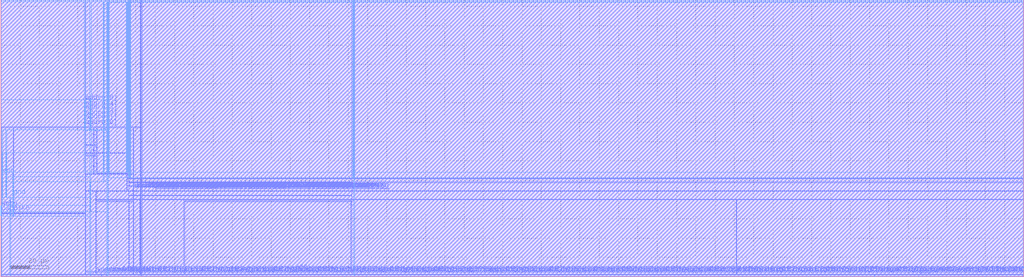
<source format=lef>
VERSION 5.4 ;
NAMESCASESENSITIVE ON ;
BUSBITCHARS "[]" ;
DIVIDERCHAR "/" ;
UNITS
  DATABASE MICRONS 2000 ;
END UNITS
MACRO freepdk45_sram_1rw0r_64x160_20
   CLASS BLOCK ;
   SIZE 529.81 BY 143.4675 ;
   SYMMETRY X Y R90 ;
   PIN din0[0]
      DIRECTION INPUT ;
      PORT
         LAYER metal3 ;
         RECT  72.425 1.105 72.56 1.24 ;
      END
   END din0[0]
   PIN din0[1]
      DIRECTION INPUT ;
      PORT
         LAYER metal3 ;
         RECT  75.285 1.105 75.42 1.24 ;
      END
   END din0[1]
   PIN din0[2]
      DIRECTION INPUT ;
      PORT
         LAYER metal3 ;
         RECT  78.145 1.105 78.28 1.24 ;
      END
   END din0[2]
   PIN din0[3]
      DIRECTION INPUT ;
      PORT
         LAYER metal3 ;
         RECT  81.005 1.105 81.14 1.24 ;
      END
   END din0[3]
   PIN din0[4]
      DIRECTION INPUT ;
      PORT
         LAYER metal3 ;
         RECT  83.865 1.105 84.0 1.24 ;
      END
   END din0[4]
   PIN din0[5]
      DIRECTION INPUT ;
      PORT
         LAYER metal3 ;
         RECT  86.725 1.105 86.86 1.24 ;
      END
   END din0[5]
   PIN din0[6]
      DIRECTION INPUT ;
      PORT
         LAYER metal3 ;
         RECT  89.585 1.105 89.72 1.24 ;
      END
   END din0[6]
   PIN din0[7]
      DIRECTION INPUT ;
      PORT
         LAYER metal3 ;
         RECT  92.445 1.105 92.58 1.24 ;
      END
   END din0[7]
   PIN din0[8]
      DIRECTION INPUT ;
      PORT
         LAYER metal3 ;
         RECT  95.305 1.105 95.44 1.24 ;
      END
   END din0[8]
   PIN din0[9]
      DIRECTION INPUT ;
      PORT
         LAYER metal3 ;
         RECT  98.165 1.105 98.3 1.24 ;
      END
   END din0[9]
   PIN din0[10]
      DIRECTION INPUT ;
      PORT
         LAYER metal3 ;
         RECT  101.025 1.105 101.16 1.24 ;
      END
   END din0[10]
   PIN din0[11]
      DIRECTION INPUT ;
      PORT
         LAYER metal3 ;
         RECT  103.885 1.105 104.02 1.24 ;
      END
   END din0[11]
   PIN din0[12]
      DIRECTION INPUT ;
      PORT
         LAYER metal3 ;
         RECT  106.745 1.105 106.88 1.24 ;
      END
   END din0[12]
   PIN din0[13]
      DIRECTION INPUT ;
      PORT
         LAYER metal3 ;
         RECT  109.605 1.105 109.74 1.24 ;
      END
   END din0[13]
   PIN din0[14]
      DIRECTION INPUT ;
      PORT
         LAYER metal3 ;
         RECT  112.465 1.105 112.6 1.24 ;
      END
   END din0[14]
   PIN din0[15]
      DIRECTION INPUT ;
      PORT
         LAYER metal3 ;
         RECT  115.325 1.105 115.46 1.24 ;
      END
   END din0[15]
   PIN din0[16]
      DIRECTION INPUT ;
      PORT
         LAYER metal3 ;
         RECT  118.185 1.105 118.32 1.24 ;
      END
   END din0[16]
   PIN din0[17]
      DIRECTION INPUT ;
      PORT
         LAYER metal3 ;
         RECT  121.045 1.105 121.18 1.24 ;
      END
   END din0[17]
   PIN din0[18]
      DIRECTION INPUT ;
      PORT
         LAYER metal3 ;
         RECT  123.905 1.105 124.04 1.24 ;
      END
   END din0[18]
   PIN din0[19]
      DIRECTION INPUT ;
      PORT
         LAYER metal3 ;
         RECT  126.765 1.105 126.9 1.24 ;
      END
   END din0[19]
   PIN din0[20]
      DIRECTION INPUT ;
      PORT
         LAYER metal3 ;
         RECT  129.625 1.105 129.76 1.24 ;
      END
   END din0[20]
   PIN din0[21]
      DIRECTION INPUT ;
      PORT
         LAYER metal3 ;
         RECT  132.485 1.105 132.62 1.24 ;
      END
   END din0[21]
   PIN din0[22]
      DIRECTION INPUT ;
      PORT
         LAYER metal3 ;
         RECT  135.345 1.105 135.48 1.24 ;
      END
   END din0[22]
   PIN din0[23]
      DIRECTION INPUT ;
      PORT
         LAYER metal3 ;
         RECT  138.205 1.105 138.34 1.24 ;
      END
   END din0[23]
   PIN din0[24]
      DIRECTION INPUT ;
      PORT
         LAYER metal3 ;
         RECT  141.065 1.105 141.2 1.24 ;
      END
   END din0[24]
   PIN din0[25]
      DIRECTION INPUT ;
      PORT
         LAYER metal3 ;
         RECT  143.925 1.105 144.06 1.24 ;
      END
   END din0[25]
   PIN din0[26]
      DIRECTION INPUT ;
      PORT
         LAYER metal3 ;
         RECT  146.785 1.105 146.92 1.24 ;
      END
   END din0[26]
   PIN din0[27]
      DIRECTION INPUT ;
      PORT
         LAYER metal3 ;
         RECT  149.645 1.105 149.78 1.24 ;
      END
   END din0[27]
   PIN din0[28]
      DIRECTION INPUT ;
      PORT
         LAYER metal3 ;
         RECT  152.505 1.105 152.64 1.24 ;
      END
   END din0[28]
   PIN din0[29]
      DIRECTION INPUT ;
      PORT
         LAYER metal3 ;
         RECT  155.365 1.105 155.5 1.24 ;
      END
   END din0[29]
   PIN din0[30]
      DIRECTION INPUT ;
      PORT
         LAYER metal3 ;
         RECT  158.225 1.105 158.36 1.24 ;
      END
   END din0[30]
   PIN din0[31]
      DIRECTION INPUT ;
      PORT
         LAYER metal3 ;
         RECT  161.085 1.105 161.22 1.24 ;
      END
   END din0[31]
   PIN din0[32]
      DIRECTION INPUT ;
      PORT
         LAYER metal3 ;
         RECT  163.945 1.105 164.08 1.24 ;
      END
   END din0[32]
   PIN din0[33]
      DIRECTION INPUT ;
      PORT
         LAYER metal3 ;
         RECT  166.805 1.105 166.94 1.24 ;
      END
   END din0[33]
   PIN din0[34]
      DIRECTION INPUT ;
      PORT
         LAYER metal3 ;
         RECT  169.665 1.105 169.8 1.24 ;
      END
   END din0[34]
   PIN din0[35]
      DIRECTION INPUT ;
      PORT
         LAYER metal3 ;
         RECT  172.525 1.105 172.66 1.24 ;
      END
   END din0[35]
   PIN din0[36]
      DIRECTION INPUT ;
      PORT
         LAYER metal3 ;
         RECT  175.385 1.105 175.52 1.24 ;
      END
   END din0[36]
   PIN din0[37]
      DIRECTION INPUT ;
      PORT
         LAYER metal3 ;
         RECT  178.245 1.105 178.38 1.24 ;
      END
   END din0[37]
   PIN din0[38]
      DIRECTION INPUT ;
      PORT
         LAYER metal3 ;
         RECT  181.105 1.105 181.24 1.24 ;
      END
   END din0[38]
   PIN din0[39]
      DIRECTION INPUT ;
      PORT
         LAYER metal3 ;
         RECT  183.965 1.105 184.1 1.24 ;
      END
   END din0[39]
   PIN din0[40]
      DIRECTION INPUT ;
      PORT
         LAYER metal3 ;
         RECT  186.825 1.105 186.96 1.24 ;
      END
   END din0[40]
   PIN din0[41]
      DIRECTION INPUT ;
      PORT
         LAYER metal3 ;
         RECT  189.685 1.105 189.82 1.24 ;
      END
   END din0[41]
   PIN din0[42]
      DIRECTION INPUT ;
      PORT
         LAYER metal3 ;
         RECT  192.545 1.105 192.68 1.24 ;
      END
   END din0[42]
   PIN din0[43]
      DIRECTION INPUT ;
      PORT
         LAYER metal3 ;
         RECT  195.405 1.105 195.54 1.24 ;
      END
   END din0[43]
   PIN din0[44]
      DIRECTION INPUT ;
      PORT
         LAYER metal3 ;
         RECT  198.265 1.105 198.4 1.24 ;
      END
   END din0[44]
   PIN din0[45]
      DIRECTION INPUT ;
      PORT
         LAYER metal3 ;
         RECT  201.125 1.105 201.26 1.24 ;
      END
   END din0[45]
   PIN din0[46]
      DIRECTION INPUT ;
      PORT
         LAYER metal3 ;
         RECT  203.985 1.105 204.12 1.24 ;
      END
   END din0[46]
   PIN din0[47]
      DIRECTION INPUT ;
      PORT
         LAYER metal3 ;
         RECT  206.845 1.105 206.98 1.24 ;
      END
   END din0[47]
   PIN din0[48]
      DIRECTION INPUT ;
      PORT
         LAYER metal3 ;
         RECT  209.705 1.105 209.84 1.24 ;
      END
   END din0[48]
   PIN din0[49]
      DIRECTION INPUT ;
      PORT
         LAYER metal3 ;
         RECT  212.565 1.105 212.7 1.24 ;
      END
   END din0[49]
   PIN din0[50]
      DIRECTION INPUT ;
      PORT
         LAYER metal3 ;
         RECT  215.425 1.105 215.56 1.24 ;
      END
   END din0[50]
   PIN din0[51]
      DIRECTION INPUT ;
      PORT
         LAYER metal3 ;
         RECT  218.285 1.105 218.42 1.24 ;
      END
   END din0[51]
   PIN din0[52]
      DIRECTION INPUT ;
      PORT
         LAYER metal3 ;
         RECT  221.145 1.105 221.28 1.24 ;
      END
   END din0[52]
   PIN din0[53]
      DIRECTION INPUT ;
      PORT
         LAYER metal3 ;
         RECT  224.005 1.105 224.14 1.24 ;
      END
   END din0[53]
   PIN din0[54]
      DIRECTION INPUT ;
      PORT
         LAYER metal3 ;
         RECT  226.865 1.105 227.0 1.24 ;
      END
   END din0[54]
   PIN din0[55]
      DIRECTION INPUT ;
      PORT
         LAYER metal3 ;
         RECT  229.725 1.105 229.86 1.24 ;
      END
   END din0[55]
   PIN din0[56]
      DIRECTION INPUT ;
      PORT
         LAYER metal3 ;
         RECT  232.585 1.105 232.72 1.24 ;
      END
   END din0[56]
   PIN din0[57]
      DIRECTION INPUT ;
      PORT
         LAYER metal3 ;
         RECT  235.445 1.105 235.58 1.24 ;
      END
   END din0[57]
   PIN din0[58]
      DIRECTION INPUT ;
      PORT
         LAYER metal3 ;
         RECT  238.305 1.105 238.44 1.24 ;
      END
   END din0[58]
   PIN din0[59]
      DIRECTION INPUT ;
      PORT
         LAYER metal3 ;
         RECT  241.165 1.105 241.3 1.24 ;
      END
   END din0[59]
   PIN din0[60]
      DIRECTION INPUT ;
      PORT
         LAYER metal3 ;
         RECT  244.025 1.105 244.16 1.24 ;
      END
   END din0[60]
   PIN din0[61]
      DIRECTION INPUT ;
      PORT
         LAYER metal3 ;
         RECT  246.885 1.105 247.02 1.24 ;
      END
   END din0[61]
   PIN din0[62]
      DIRECTION INPUT ;
      PORT
         LAYER metal3 ;
         RECT  249.745 1.105 249.88 1.24 ;
      END
   END din0[62]
   PIN din0[63]
      DIRECTION INPUT ;
      PORT
         LAYER metal3 ;
         RECT  252.605 1.105 252.74 1.24 ;
      END
   END din0[63]
   PIN din0[64]
      DIRECTION INPUT ;
      PORT
         LAYER metal3 ;
         RECT  255.465 1.105 255.6 1.24 ;
      END
   END din0[64]
   PIN din0[65]
      DIRECTION INPUT ;
      PORT
         LAYER metal3 ;
         RECT  258.325 1.105 258.46 1.24 ;
      END
   END din0[65]
   PIN din0[66]
      DIRECTION INPUT ;
      PORT
         LAYER metal3 ;
         RECT  261.185 1.105 261.32 1.24 ;
      END
   END din0[66]
   PIN din0[67]
      DIRECTION INPUT ;
      PORT
         LAYER metal3 ;
         RECT  264.045 1.105 264.18 1.24 ;
      END
   END din0[67]
   PIN din0[68]
      DIRECTION INPUT ;
      PORT
         LAYER metal3 ;
         RECT  266.905 1.105 267.04 1.24 ;
      END
   END din0[68]
   PIN din0[69]
      DIRECTION INPUT ;
      PORT
         LAYER metal3 ;
         RECT  269.765 1.105 269.9 1.24 ;
      END
   END din0[69]
   PIN din0[70]
      DIRECTION INPUT ;
      PORT
         LAYER metal3 ;
         RECT  272.625 1.105 272.76 1.24 ;
      END
   END din0[70]
   PIN din0[71]
      DIRECTION INPUT ;
      PORT
         LAYER metal3 ;
         RECT  275.485 1.105 275.62 1.24 ;
      END
   END din0[71]
   PIN din0[72]
      DIRECTION INPUT ;
      PORT
         LAYER metal3 ;
         RECT  278.345 1.105 278.48 1.24 ;
      END
   END din0[72]
   PIN din0[73]
      DIRECTION INPUT ;
      PORT
         LAYER metal3 ;
         RECT  281.205 1.105 281.34 1.24 ;
      END
   END din0[73]
   PIN din0[74]
      DIRECTION INPUT ;
      PORT
         LAYER metal3 ;
         RECT  284.065 1.105 284.2 1.24 ;
      END
   END din0[74]
   PIN din0[75]
      DIRECTION INPUT ;
      PORT
         LAYER metal3 ;
         RECT  286.925 1.105 287.06 1.24 ;
      END
   END din0[75]
   PIN din0[76]
      DIRECTION INPUT ;
      PORT
         LAYER metal3 ;
         RECT  289.785 1.105 289.92 1.24 ;
      END
   END din0[76]
   PIN din0[77]
      DIRECTION INPUT ;
      PORT
         LAYER metal3 ;
         RECT  292.645 1.105 292.78 1.24 ;
      END
   END din0[77]
   PIN din0[78]
      DIRECTION INPUT ;
      PORT
         LAYER metal3 ;
         RECT  295.505 1.105 295.64 1.24 ;
      END
   END din0[78]
   PIN din0[79]
      DIRECTION INPUT ;
      PORT
         LAYER metal3 ;
         RECT  298.365 1.105 298.5 1.24 ;
      END
   END din0[79]
   PIN din0[80]
      DIRECTION INPUT ;
      PORT
         LAYER metal3 ;
         RECT  301.225 1.105 301.36 1.24 ;
      END
   END din0[80]
   PIN din0[81]
      DIRECTION INPUT ;
      PORT
         LAYER metal3 ;
         RECT  304.085 1.105 304.22 1.24 ;
      END
   END din0[81]
   PIN din0[82]
      DIRECTION INPUT ;
      PORT
         LAYER metal3 ;
         RECT  306.945 1.105 307.08 1.24 ;
      END
   END din0[82]
   PIN din0[83]
      DIRECTION INPUT ;
      PORT
         LAYER metal3 ;
         RECT  309.805 1.105 309.94 1.24 ;
      END
   END din0[83]
   PIN din0[84]
      DIRECTION INPUT ;
      PORT
         LAYER metal3 ;
         RECT  312.665 1.105 312.8 1.24 ;
      END
   END din0[84]
   PIN din0[85]
      DIRECTION INPUT ;
      PORT
         LAYER metal3 ;
         RECT  315.525 1.105 315.66 1.24 ;
      END
   END din0[85]
   PIN din0[86]
      DIRECTION INPUT ;
      PORT
         LAYER metal3 ;
         RECT  318.385 1.105 318.52 1.24 ;
      END
   END din0[86]
   PIN din0[87]
      DIRECTION INPUT ;
      PORT
         LAYER metal3 ;
         RECT  321.245 1.105 321.38 1.24 ;
      END
   END din0[87]
   PIN din0[88]
      DIRECTION INPUT ;
      PORT
         LAYER metal3 ;
         RECT  324.105 1.105 324.24 1.24 ;
      END
   END din0[88]
   PIN din0[89]
      DIRECTION INPUT ;
      PORT
         LAYER metal3 ;
         RECT  326.965 1.105 327.1 1.24 ;
      END
   END din0[89]
   PIN din0[90]
      DIRECTION INPUT ;
      PORT
         LAYER metal3 ;
         RECT  329.825 1.105 329.96 1.24 ;
      END
   END din0[90]
   PIN din0[91]
      DIRECTION INPUT ;
      PORT
         LAYER metal3 ;
         RECT  332.685 1.105 332.82 1.24 ;
      END
   END din0[91]
   PIN din0[92]
      DIRECTION INPUT ;
      PORT
         LAYER metal3 ;
         RECT  335.545 1.105 335.68 1.24 ;
      END
   END din0[92]
   PIN din0[93]
      DIRECTION INPUT ;
      PORT
         LAYER metal3 ;
         RECT  338.405 1.105 338.54 1.24 ;
      END
   END din0[93]
   PIN din0[94]
      DIRECTION INPUT ;
      PORT
         LAYER metal3 ;
         RECT  341.265 1.105 341.4 1.24 ;
      END
   END din0[94]
   PIN din0[95]
      DIRECTION INPUT ;
      PORT
         LAYER metal3 ;
         RECT  344.125 1.105 344.26 1.24 ;
      END
   END din0[95]
   PIN din0[96]
      DIRECTION INPUT ;
      PORT
         LAYER metal3 ;
         RECT  346.985 1.105 347.12 1.24 ;
      END
   END din0[96]
   PIN din0[97]
      DIRECTION INPUT ;
      PORT
         LAYER metal3 ;
         RECT  349.845 1.105 349.98 1.24 ;
      END
   END din0[97]
   PIN din0[98]
      DIRECTION INPUT ;
      PORT
         LAYER metal3 ;
         RECT  352.705 1.105 352.84 1.24 ;
      END
   END din0[98]
   PIN din0[99]
      DIRECTION INPUT ;
      PORT
         LAYER metal3 ;
         RECT  355.565 1.105 355.7 1.24 ;
      END
   END din0[99]
   PIN din0[100]
      DIRECTION INPUT ;
      PORT
         LAYER metal3 ;
         RECT  358.425 1.105 358.56 1.24 ;
      END
   END din0[100]
   PIN din0[101]
      DIRECTION INPUT ;
      PORT
         LAYER metal3 ;
         RECT  361.285 1.105 361.42 1.24 ;
      END
   END din0[101]
   PIN din0[102]
      DIRECTION INPUT ;
      PORT
         LAYER metal3 ;
         RECT  364.145 1.105 364.28 1.24 ;
      END
   END din0[102]
   PIN din0[103]
      DIRECTION INPUT ;
      PORT
         LAYER metal3 ;
         RECT  367.005 1.105 367.14 1.24 ;
      END
   END din0[103]
   PIN din0[104]
      DIRECTION INPUT ;
      PORT
         LAYER metal3 ;
         RECT  369.865 1.105 370.0 1.24 ;
      END
   END din0[104]
   PIN din0[105]
      DIRECTION INPUT ;
      PORT
         LAYER metal3 ;
         RECT  372.725 1.105 372.86 1.24 ;
      END
   END din0[105]
   PIN din0[106]
      DIRECTION INPUT ;
      PORT
         LAYER metal3 ;
         RECT  375.585 1.105 375.72 1.24 ;
      END
   END din0[106]
   PIN din0[107]
      DIRECTION INPUT ;
      PORT
         LAYER metal3 ;
         RECT  378.445 1.105 378.58 1.24 ;
      END
   END din0[107]
   PIN din0[108]
      DIRECTION INPUT ;
      PORT
         LAYER metal3 ;
         RECT  381.305 1.105 381.44 1.24 ;
      END
   END din0[108]
   PIN din0[109]
      DIRECTION INPUT ;
      PORT
         LAYER metal3 ;
         RECT  384.165 1.105 384.3 1.24 ;
      END
   END din0[109]
   PIN din0[110]
      DIRECTION INPUT ;
      PORT
         LAYER metal3 ;
         RECT  387.025 1.105 387.16 1.24 ;
      END
   END din0[110]
   PIN din0[111]
      DIRECTION INPUT ;
      PORT
         LAYER metal3 ;
         RECT  389.885 1.105 390.02 1.24 ;
      END
   END din0[111]
   PIN din0[112]
      DIRECTION INPUT ;
      PORT
         LAYER metal3 ;
         RECT  392.745 1.105 392.88 1.24 ;
      END
   END din0[112]
   PIN din0[113]
      DIRECTION INPUT ;
      PORT
         LAYER metal3 ;
         RECT  395.605 1.105 395.74 1.24 ;
      END
   END din0[113]
   PIN din0[114]
      DIRECTION INPUT ;
      PORT
         LAYER metal3 ;
         RECT  398.465 1.105 398.6 1.24 ;
      END
   END din0[114]
   PIN din0[115]
      DIRECTION INPUT ;
      PORT
         LAYER metal3 ;
         RECT  401.325 1.105 401.46 1.24 ;
      END
   END din0[115]
   PIN din0[116]
      DIRECTION INPUT ;
      PORT
         LAYER metal3 ;
         RECT  404.185 1.105 404.32 1.24 ;
      END
   END din0[116]
   PIN din0[117]
      DIRECTION INPUT ;
      PORT
         LAYER metal3 ;
         RECT  407.045 1.105 407.18 1.24 ;
      END
   END din0[117]
   PIN din0[118]
      DIRECTION INPUT ;
      PORT
         LAYER metal3 ;
         RECT  409.905 1.105 410.04 1.24 ;
      END
   END din0[118]
   PIN din0[119]
      DIRECTION INPUT ;
      PORT
         LAYER metal3 ;
         RECT  412.765 1.105 412.9 1.24 ;
      END
   END din0[119]
   PIN din0[120]
      DIRECTION INPUT ;
      PORT
         LAYER metal3 ;
         RECT  415.625 1.105 415.76 1.24 ;
      END
   END din0[120]
   PIN din0[121]
      DIRECTION INPUT ;
      PORT
         LAYER metal3 ;
         RECT  418.485 1.105 418.62 1.24 ;
      END
   END din0[121]
   PIN din0[122]
      DIRECTION INPUT ;
      PORT
         LAYER metal3 ;
         RECT  421.345 1.105 421.48 1.24 ;
      END
   END din0[122]
   PIN din0[123]
      DIRECTION INPUT ;
      PORT
         LAYER metal3 ;
         RECT  424.205 1.105 424.34 1.24 ;
      END
   END din0[123]
   PIN din0[124]
      DIRECTION INPUT ;
      PORT
         LAYER metal3 ;
         RECT  427.065 1.105 427.2 1.24 ;
      END
   END din0[124]
   PIN din0[125]
      DIRECTION INPUT ;
      PORT
         LAYER metal3 ;
         RECT  429.925 1.105 430.06 1.24 ;
      END
   END din0[125]
   PIN din0[126]
      DIRECTION INPUT ;
      PORT
         LAYER metal3 ;
         RECT  432.785 1.105 432.92 1.24 ;
      END
   END din0[126]
   PIN din0[127]
      DIRECTION INPUT ;
      PORT
         LAYER metal3 ;
         RECT  435.645 1.105 435.78 1.24 ;
      END
   END din0[127]
   PIN din0[128]
      DIRECTION INPUT ;
      PORT
         LAYER metal3 ;
         RECT  438.505 1.105 438.64 1.24 ;
      END
   END din0[128]
   PIN din0[129]
      DIRECTION INPUT ;
      PORT
         LAYER metal3 ;
         RECT  441.365 1.105 441.5 1.24 ;
      END
   END din0[129]
   PIN din0[130]
      DIRECTION INPUT ;
      PORT
         LAYER metal3 ;
         RECT  444.225 1.105 444.36 1.24 ;
      END
   END din0[130]
   PIN din0[131]
      DIRECTION INPUT ;
      PORT
         LAYER metal3 ;
         RECT  447.085 1.105 447.22 1.24 ;
      END
   END din0[131]
   PIN din0[132]
      DIRECTION INPUT ;
      PORT
         LAYER metal3 ;
         RECT  449.945 1.105 450.08 1.24 ;
      END
   END din0[132]
   PIN din0[133]
      DIRECTION INPUT ;
      PORT
         LAYER metal3 ;
         RECT  452.805 1.105 452.94 1.24 ;
      END
   END din0[133]
   PIN din0[134]
      DIRECTION INPUT ;
      PORT
         LAYER metal3 ;
         RECT  455.665 1.105 455.8 1.24 ;
      END
   END din0[134]
   PIN din0[135]
      DIRECTION INPUT ;
      PORT
         LAYER metal3 ;
         RECT  458.525 1.105 458.66 1.24 ;
      END
   END din0[135]
   PIN din0[136]
      DIRECTION INPUT ;
      PORT
         LAYER metal3 ;
         RECT  461.385 1.105 461.52 1.24 ;
      END
   END din0[136]
   PIN din0[137]
      DIRECTION INPUT ;
      PORT
         LAYER metal3 ;
         RECT  464.245 1.105 464.38 1.24 ;
      END
   END din0[137]
   PIN din0[138]
      DIRECTION INPUT ;
      PORT
         LAYER metal3 ;
         RECT  467.105 1.105 467.24 1.24 ;
      END
   END din0[138]
   PIN din0[139]
      DIRECTION INPUT ;
      PORT
         LAYER metal3 ;
         RECT  469.965 1.105 470.1 1.24 ;
      END
   END din0[139]
   PIN din0[140]
      DIRECTION INPUT ;
      PORT
         LAYER metal3 ;
         RECT  472.825 1.105 472.96 1.24 ;
      END
   END din0[140]
   PIN din0[141]
      DIRECTION INPUT ;
      PORT
         LAYER metal3 ;
         RECT  475.685 1.105 475.82 1.24 ;
      END
   END din0[141]
   PIN din0[142]
      DIRECTION INPUT ;
      PORT
         LAYER metal3 ;
         RECT  478.545 1.105 478.68 1.24 ;
      END
   END din0[142]
   PIN din0[143]
      DIRECTION INPUT ;
      PORT
         LAYER metal3 ;
         RECT  481.405 1.105 481.54 1.24 ;
      END
   END din0[143]
   PIN din0[144]
      DIRECTION INPUT ;
      PORT
         LAYER metal3 ;
         RECT  484.265 1.105 484.4 1.24 ;
      END
   END din0[144]
   PIN din0[145]
      DIRECTION INPUT ;
      PORT
         LAYER metal3 ;
         RECT  487.125 1.105 487.26 1.24 ;
      END
   END din0[145]
   PIN din0[146]
      DIRECTION INPUT ;
      PORT
         LAYER metal3 ;
         RECT  489.985 1.105 490.12 1.24 ;
      END
   END din0[146]
   PIN din0[147]
      DIRECTION INPUT ;
      PORT
         LAYER metal3 ;
         RECT  492.845 1.105 492.98 1.24 ;
      END
   END din0[147]
   PIN din0[148]
      DIRECTION INPUT ;
      PORT
         LAYER metal3 ;
         RECT  495.705 1.105 495.84 1.24 ;
      END
   END din0[148]
   PIN din0[149]
      DIRECTION INPUT ;
      PORT
         LAYER metal3 ;
         RECT  498.565 1.105 498.7 1.24 ;
      END
   END din0[149]
   PIN din0[150]
      DIRECTION INPUT ;
      PORT
         LAYER metal3 ;
         RECT  501.425 1.105 501.56 1.24 ;
      END
   END din0[150]
   PIN din0[151]
      DIRECTION INPUT ;
      PORT
         LAYER metal3 ;
         RECT  504.285 1.105 504.42 1.24 ;
      END
   END din0[151]
   PIN din0[152]
      DIRECTION INPUT ;
      PORT
         LAYER metal3 ;
         RECT  507.145 1.105 507.28 1.24 ;
      END
   END din0[152]
   PIN din0[153]
      DIRECTION INPUT ;
      PORT
         LAYER metal3 ;
         RECT  510.005 1.105 510.14 1.24 ;
      END
   END din0[153]
   PIN din0[154]
      DIRECTION INPUT ;
      PORT
         LAYER metal3 ;
         RECT  512.865 1.105 513.0 1.24 ;
      END
   END din0[154]
   PIN din0[155]
      DIRECTION INPUT ;
      PORT
         LAYER metal3 ;
         RECT  515.725 1.105 515.86 1.24 ;
      END
   END din0[155]
   PIN din0[156]
      DIRECTION INPUT ;
      PORT
         LAYER metal3 ;
         RECT  518.585 1.105 518.72 1.24 ;
      END
   END din0[156]
   PIN din0[157]
      DIRECTION INPUT ;
      PORT
         LAYER metal3 ;
         RECT  521.445 1.105 521.58 1.24 ;
      END
   END din0[157]
   PIN din0[158]
      DIRECTION INPUT ;
      PORT
         LAYER metal3 ;
         RECT  524.305 1.105 524.44 1.24 ;
      END
   END din0[158]
   PIN din0[159]
      DIRECTION INPUT ;
      PORT
         LAYER metal3 ;
         RECT  527.165 1.105 527.3 1.24 ;
      END
   END din0[159]
   PIN addr0[0]
      DIRECTION INPUT ;
      PORT
         LAYER metal3 ;
         RECT  43.825 77.4225 43.96 77.5575 ;
      END
   END addr0[0]
   PIN addr0[1]
      DIRECTION INPUT ;
      PORT
         LAYER metal3 ;
         RECT  43.825 80.1525 43.96 80.2875 ;
      END
   END addr0[1]
   PIN addr0[2]
      DIRECTION INPUT ;
      PORT
         LAYER metal3 ;
         RECT  43.825 82.3625 43.96 82.4975 ;
      END
   END addr0[2]
   PIN addr0[3]
      DIRECTION INPUT ;
      PORT
         LAYER metal3 ;
         RECT  43.825 85.0925 43.96 85.2275 ;
      END
   END addr0[3]
   PIN addr0[4]
      DIRECTION INPUT ;
      PORT
         LAYER metal3 ;
         RECT  43.825 87.3025 43.96 87.4375 ;
      END
   END addr0[4]
   PIN addr0[5]
      DIRECTION INPUT ;
      PORT
         LAYER metal3 ;
         RECT  43.825 90.0325 43.96 90.1675 ;
      END
   END addr0[5]
   PIN csb0
      DIRECTION INPUT ;
      PORT
         LAYER metal3 ;
         RECT  0.285 32.7025 0.42 32.8375 ;
      END
   END csb0
   PIN web0
      DIRECTION INPUT ;
      PORT
         LAYER metal3 ;
         RECT  0.285 35.4325 0.42 35.5675 ;
      END
   END web0
   PIN clk0
      DIRECTION INPUT ;
      PORT
         LAYER metal3 ;
         RECT  6.5275 32.7875 6.6625 32.9225 ;
      END
   END clk0
   PIN wmask0[0]
      DIRECTION INPUT ;
      PORT
         LAYER metal3 ;
         RECT  49.545 1.105 49.68 1.24 ;
      END
   END wmask0[0]
   PIN wmask0[1]
      DIRECTION INPUT ;
      PORT
         LAYER metal3 ;
         RECT  52.405 1.105 52.54 1.24 ;
      END
   END wmask0[1]
   PIN wmask0[2]
      DIRECTION INPUT ;
      PORT
         LAYER metal3 ;
         RECT  55.265 1.105 55.4 1.24 ;
      END
   END wmask0[2]
   PIN wmask0[3]
      DIRECTION INPUT ;
      PORT
         LAYER metal3 ;
         RECT  58.125 1.105 58.26 1.24 ;
      END
   END wmask0[3]
   PIN wmask0[4]
      DIRECTION INPUT ;
      PORT
         LAYER metal3 ;
         RECT  60.985 1.105 61.12 1.24 ;
      END
   END wmask0[4]
   PIN wmask0[5]
      DIRECTION INPUT ;
      PORT
         LAYER metal3 ;
         RECT  63.845 1.105 63.98 1.24 ;
      END
   END wmask0[5]
   PIN wmask0[6]
      DIRECTION INPUT ;
      PORT
         LAYER metal3 ;
         RECT  66.705 1.105 66.84 1.24 ;
      END
   END wmask0[6]
   PIN wmask0[7]
      DIRECTION INPUT ;
      PORT
         LAYER metal3 ;
         RECT  69.565 1.105 69.7 1.24 ;
      END
   END wmask0[7]
   PIN dout0[0]
      DIRECTION OUTPUT ;
      PORT
         LAYER metal3 ;
         RECT  68.7125 44.3525 68.8475 44.4875 ;
      END
   END dout0[0]
   PIN dout0[1]
      DIRECTION OUTPUT ;
      PORT
         LAYER metal3 ;
         RECT  69.4175 44.3525 69.5525 44.4875 ;
      END
   END dout0[1]
   PIN dout0[2]
      DIRECTION OUTPUT ;
      PORT
         LAYER metal3 ;
         RECT  70.1225 44.3525 70.2575 44.4875 ;
      END
   END dout0[2]
   PIN dout0[3]
      DIRECTION OUTPUT ;
      PORT
         LAYER metal3 ;
         RECT  70.8275 44.3525 70.9625 44.4875 ;
      END
   END dout0[3]
   PIN dout0[4]
      DIRECTION OUTPUT ;
      PORT
         LAYER metal3 ;
         RECT  71.5325 44.3525 71.6675 44.4875 ;
      END
   END dout0[4]
   PIN dout0[5]
      DIRECTION OUTPUT ;
      PORT
         LAYER metal3 ;
         RECT  72.2375 44.3525 72.3725 44.4875 ;
      END
   END dout0[5]
   PIN dout0[6]
      DIRECTION OUTPUT ;
      PORT
         LAYER metal3 ;
         RECT  72.9425 44.3525 73.0775 44.4875 ;
      END
   END dout0[6]
   PIN dout0[7]
      DIRECTION OUTPUT ;
      PORT
         LAYER metal3 ;
         RECT  73.6475 44.3525 73.7825 44.4875 ;
      END
   END dout0[7]
   PIN dout0[8]
      DIRECTION OUTPUT ;
      PORT
         LAYER metal3 ;
         RECT  74.3525 44.3525 74.4875 44.4875 ;
      END
   END dout0[8]
   PIN dout0[9]
      DIRECTION OUTPUT ;
      PORT
         LAYER metal3 ;
         RECT  75.0575 44.3525 75.1925 44.4875 ;
      END
   END dout0[9]
   PIN dout0[10]
      DIRECTION OUTPUT ;
      PORT
         LAYER metal3 ;
         RECT  75.7625 44.3525 75.8975 44.4875 ;
      END
   END dout0[10]
   PIN dout0[11]
      DIRECTION OUTPUT ;
      PORT
         LAYER metal3 ;
         RECT  76.4675 44.3525 76.6025 44.4875 ;
      END
   END dout0[11]
   PIN dout0[12]
      DIRECTION OUTPUT ;
      PORT
         LAYER metal3 ;
         RECT  77.1725 44.3525 77.3075 44.4875 ;
      END
   END dout0[12]
   PIN dout0[13]
      DIRECTION OUTPUT ;
      PORT
         LAYER metal3 ;
         RECT  77.8775 44.3525 78.0125 44.4875 ;
      END
   END dout0[13]
   PIN dout0[14]
      DIRECTION OUTPUT ;
      PORT
         LAYER metal3 ;
         RECT  78.5825 44.3525 78.7175 44.4875 ;
      END
   END dout0[14]
   PIN dout0[15]
      DIRECTION OUTPUT ;
      PORT
         LAYER metal3 ;
         RECT  79.2875 44.3525 79.4225 44.4875 ;
      END
   END dout0[15]
   PIN dout0[16]
      DIRECTION OUTPUT ;
      PORT
         LAYER metal3 ;
         RECT  79.9925 44.3525 80.1275 44.4875 ;
      END
   END dout0[16]
   PIN dout0[17]
      DIRECTION OUTPUT ;
      PORT
         LAYER metal3 ;
         RECT  80.6975 44.3525 80.8325 44.4875 ;
      END
   END dout0[17]
   PIN dout0[18]
      DIRECTION OUTPUT ;
      PORT
         LAYER metal3 ;
         RECT  81.4025 44.3525 81.5375 44.4875 ;
      END
   END dout0[18]
   PIN dout0[19]
      DIRECTION OUTPUT ;
      PORT
         LAYER metal3 ;
         RECT  82.1075 44.3525 82.2425 44.4875 ;
      END
   END dout0[19]
   PIN dout0[20]
      DIRECTION OUTPUT ;
      PORT
         LAYER metal3 ;
         RECT  82.8125 44.3525 82.9475 44.4875 ;
      END
   END dout0[20]
   PIN dout0[21]
      DIRECTION OUTPUT ;
      PORT
         LAYER metal3 ;
         RECT  83.5175 44.3525 83.6525 44.4875 ;
      END
   END dout0[21]
   PIN dout0[22]
      DIRECTION OUTPUT ;
      PORT
         LAYER metal3 ;
         RECT  84.2225 44.3525 84.3575 44.4875 ;
      END
   END dout0[22]
   PIN dout0[23]
      DIRECTION OUTPUT ;
      PORT
         LAYER metal3 ;
         RECT  84.9275 44.3525 85.0625 44.4875 ;
      END
   END dout0[23]
   PIN dout0[24]
      DIRECTION OUTPUT ;
      PORT
         LAYER metal3 ;
         RECT  85.6325 44.3525 85.7675 44.4875 ;
      END
   END dout0[24]
   PIN dout0[25]
      DIRECTION OUTPUT ;
      PORT
         LAYER metal3 ;
         RECT  86.3375 44.3525 86.4725 44.4875 ;
      END
   END dout0[25]
   PIN dout0[26]
      DIRECTION OUTPUT ;
      PORT
         LAYER metal3 ;
         RECT  87.0425 44.3525 87.1775 44.4875 ;
      END
   END dout0[26]
   PIN dout0[27]
      DIRECTION OUTPUT ;
      PORT
         LAYER metal3 ;
         RECT  87.7475 44.3525 87.8825 44.4875 ;
      END
   END dout0[27]
   PIN dout0[28]
      DIRECTION OUTPUT ;
      PORT
         LAYER metal3 ;
         RECT  88.4525 44.3525 88.5875 44.4875 ;
      END
   END dout0[28]
   PIN dout0[29]
      DIRECTION OUTPUT ;
      PORT
         LAYER metal3 ;
         RECT  89.1575 44.3525 89.2925 44.4875 ;
      END
   END dout0[29]
   PIN dout0[30]
      DIRECTION OUTPUT ;
      PORT
         LAYER metal3 ;
         RECT  89.8625 44.3525 89.9975 44.4875 ;
      END
   END dout0[30]
   PIN dout0[31]
      DIRECTION OUTPUT ;
      PORT
         LAYER metal3 ;
         RECT  90.5675 44.3525 90.7025 44.4875 ;
      END
   END dout0[31]
   PIN dout0[32]
      DIRECTION OUTPUT ;
      PORT
         LAYER metal3 ;
         RECT  91.2725 44.3525 91.4075 44.4875 ;
      END
   END dout0[32]
   PIN dout0[33]
      DIRECTION OUTPUT ;
      PORT
         LAYER metal3 ;
         RECT  91.9775 44.3525 92.1125 44.4875 ;
      END
   END dout0[33]
   PIN dout0[34]
      DIRECTION OUTPUT ;
      PORT
         LAYER metal3 ;
         RECT  92.6825 44.3525 92.8175 44.4875 ;
      END
   END dout0[34]
   PIN dout0[35]
      DIRECTION OUTPUT ;
      PORT
         LAYER metal3 ;
         RECT  93.3875 44.3525 93.5225 44.4875 ;
      END
   END dout0[35]
   PIN dout0[36]
      DIRECTION OUTPUT ;
      PORT
         LAYER metal3 ;
         RECT  94.0925 44.3525 94.2275 44.4875 ;
      END
   END dout0[36]
   PIN dout0[37]
      DIRECTION OUTPUT ;
      PORT
         LAYER metal3 ;
         RECT  94.7975 44.3525 94.9325 44.4875 ;
      END
   END dout0[37]
   PIN dout0[38]
      DIRECTION OUTPUT ;
      PORT
         LAYER metal3 ;
         RECT  95.5025 44.3525 95.6375 44.4875 ;
      END
   END dout0[38]
   PIN dout0[39]
      DIRECTION OUTPUT ;
      PORT
         LAYER metal3 ;
         RECT  96.2075 44.3525 96.3425 44.4875 ;
      END
   END dout0[39]
   PIN dout0[40]
      DIRECTION OUTPUT ;
      PORT
         LAYER metal3 ;
         RECT  96.9125 44.3525 97.0475 44.4875 ;
      END
   END dout0[40]
   PIN dout0[41]
      DIRECTION OUTPUT ;
      PORT
         LAYER metal3 ;
         RECT  97.6175 44.3525 97.7525 44.4875 ;
      END
   END dout0[41]
   PIN dout0[42]
      DIRECTION OUTPUT ;
      PORT
         LAYER metal3 ;
         RECT  98.3225 44.3525 98.4575 44.4875 ;
      END
   END dout0[42]
   PIN dout0[43]
      DIRECTION OUTPUT ;
      PORT
         LAYER metal3 ;
         RECT  99.0275 44.3525 99.1625 44.4875 ;
      END
   END dout0[43]
   PIN dout0[44]
      DIRECTION OUTPUT ;
      PORT
         LAYER metal3 ;
         RECT  99.7325 44.3525 99.8675 44.4875 ;
      END
   END dout0[44]
   PIN dout0[45]
      DIRECTION OUTPUT ;
      PORT
         LAYER metal3 ;
         RECT  100.4375 44.3525 100.5725 44.4875 ;
      END
   END dout0[45]
   PIN dout0[46]
      DIRECTION OUTPUT ;
      PORT
         LAYER metal3 ;
         RECT  101.1425 44.3525 101.2775 44.4875 ;
      END
   END dout0[46]
   PIN dout0[47]
      DIRECTION OUTPUT ;
      PORT
         LAYER metal3 ;
         RECT  101.8475 44.3525 101.9825 44.4875 ;
      END
   END dout0[47]
   PIN dout0[48]
      DIRECTION OUTPUT ;
      PORT
         LAYER metal3 ;
         RECT  102.5525 44.3525 102.6875 44.4875 ;
      END
   END dout0[48]
   PIN dout0[49]
      DIRECTION OUTPUT ;
      PORT
         LAYER metal3 ;
         RECT  103.2575 44.3525 103.3925 44.4875 ;
      END
   END dout0[49]
   PIN dout0[50]
      DIRECTION OUTPUT ;
      PORT
         LAYER metal3 ;
         RECT  103.9625 44.3525 104.0975 44.4875 ;
      END
   END dout0[50]
   PIN dout0[51]
      DIRECTION OUTPUT ;
      PORT
         LAYER metal3 ;
         RECT  104.6675 44.3525 104.8025 44.4875 ;
      END
   END dout0[51]
   PIN dout0[52]
      DIRECTION OUTPUT ;
      PORT
         LAYER metal3 ;
         RECT  105.3725 44.3525 105.5075 44.4875 ;
      END
   END dout0[52]
   PIN dout0[53]
      DIRECTION OUTPUT ;
      PORT
         LAYER metal3 ;
         RECT  106.0775 44.3525 106.2125 44.4875 ;
      END
   END dout0[53]
   PIN dout0[54]
      DIRECTION OUTPUT ;
      PORT
         LAYER metal3 ;
         RECT  106.7825 44.3525 106.9175 44.4875 ;
      END
   END dout0[54]
   PIN dout0[55]
      DIRECTION OUTPUT ;
      PORT
         LAYER metal3 ;
         RECT  107.4875 44.3525 107.6225 44.4875 ;
      END
   END dout0[55]
   PIN dout0[56]
      DIRECTION OUTPUT ;
      PORT
         LAYER metal3 ;
         RECT  108.1925 44.3525 108.3275 44.4875 ;
      END
   END dout0[56]
   PIN dout0[57]
      DIRECTION OUTPUT ;
      PORT
         LAYER metal3 ;
         RECT  108.8975 44.3525 109.0325 44.4875 ;
      END
   END dout0[57]
   PIN dout0[58]
      DIRECTION OUTPUT ;
      PORT
         LAYER metal3 ;
         RECT  109.6025 44.3525 109.7375 44.4875 ;
      END
   END dout0[58]
   PIN dout0[59]
      DIRECTION OUTPUT ;
      PORT
         LAYER metal3 ;
         RECT  110.3075 44.3525 110.4425 44.4875 ;
      END
   END dout0[59]
   PIN dout0[60]
      DIRECTION OUTPUT ;
      PORT
         LAYER metal3 ;
         RECT  111.0125 44.3525 111.1475 44.4875 ;
      END
   END dout0[60]
   PIN dout0[61]
      DIRECTION OUTPUT ;
      PORT
         LAYER metal3 ;
         RECT  111.7175 44.3525 111.8525 44.4875 ;
      END
   END dout0[61]
   PIN dout0[62]
      DIRECTION OUTPUT ;
      PORT
         LAYER metal3 ;
         RECT  112.4225 44.3525 112.5575 44.4875 ;
      END
   END dout0[62]
   PIN dout0[63]
      DIRECTION OUTPUT ;
      PORT
         LAYER metal3 ;
         RECT  113.1275 44.3525 113.2625 44.4875 ;
      END
   END dout0[63]
   PIN dout0[64]
      DIRECTION OUTPUT ;
      PORT
         LAYER metal3 ;
         RECT  113.8325 44.3525 113.9675 44.4875 ;
      END
   END dout0[64]
   PIN dout0[65]
      DIRECTION OUTPUT ;
      PORT
         LAYER metal3 ;
         RECT  114.5375 44.3525 114.6725 44.4875 ;
      END
   END dout0[65]
   PIN dout0[66]
      DIRECTION OUTPUT ;
      PORT
         LAYER metal3 ;
         RECT  115.2425 44.3525 115.3775 44.4875 ;
      END
   END dout0[66]
   PIN dout0[67]
      DIRECTION OUTPUT ;
      PORT
         LAYER metal3 ;
         RECT  115.9475 44.3525 116.0825 44.4875 ;
      END
   END dout0[67]
   PIN dout0[68]
      DIRECTION OUTPUT ;
      PORT
         LAYER metal3 ;
         RECT  116.6525 44.3525 116.7875 44.4875 ;
      END
   END dout0[68]
   PIN dout0[69]
      DIRECTION OUTPUT ;
      PORT
         LAYER metal3 ;
         RECT  117.3575 44.3525 117.4925 44.4875 ;
      END
   END dout0[69]
   PIN dout0[70]
      DIRECTION OUTPUT ;
      PORT
         LAYER metal3 ;
         RECT  118.0625 44.3525 118.1975 44.4875 ;
      END
   END dout0[70]
   PIN dout0[71]
      DIRECTION OUTPUT ;
      PORT
         LAYER metal3 ;
         RECT  118.7675 44.3525 118.9025 44.4875 ;
      END
   END dout0[71]
   PIN dout0[72]
      DIRECTION OUTPUT ;
      PORT
         LAYER metal3 ;
         RECT  119.4725 44.3525 119.6075 44.4875 ;
      END
   END dout0[72]
   PIN dout0[73]
      DIRECTION OUTPUT ;
      PORT
         LAYER metal3 ;
         RECT  120.1775 44.3525 120.3125 44.4875 ;
      END
   END dout0[73]
   PIN dout0[74]
      DIRECTION OUTPUT ;
      PORT
         LAYER metal3 ;
         RECT  120.8825 44.3525 121.0175 44.4875 ;
      END
   END dout0[74]
   PIN dout0[75]
      DIRECTION OUTPUT ;
      PORT
         LAYER metal3 ;
         RECT  121.5875 44.3525 121.7225 44.4875 ;
      END
   END dout0[75]
   PIN dout0[76]
      DIRECTION OUTPUT ;
      PORT
         LAYER metal3 ;
         RECT  122.2925 44.3525 122.4275 44.4875 ;
      END
   END dout0[76]
   PIN dout0[77]
      DIRECTION OUTPUT ;
      PORT
         LAYER metal3 ;
         RECT  122.9975 44.3525 123.1325 44.4875 ;
      END
   END dout0[77]
   PIN dout0[78]
      DIRECTION OUTPUT ;
      PORT
         LAYER metal3 ;
         RECT  123.7025 44.3525 123.8375 44.4875 ;
      END
   END dout0[78]
   PIN dout0[79]
      DIRECTION OUTPUT ;
      PORT
         LAYER metal3 ;
         RECT  124.4075 44.3525 124.5425 44.4875 ;
      END
   END dout0[79]
   PIN dout0[80]
      DIRECTION OUTPUT ;
      PORT
         LAYER metal3 ;
         RECT  125.1125 44.3525 125.2475 44.4875 ;
      END
   END dout0[80]
   PIN dout0[81]
      DIRECTION OUTPUT ;
      PORT
         LAYER metal3 ;
         RECT  125.8175 44.3525 125.9525 44.4875 ;
      END
   END dout0[81]
   PIN dout0[82]
      DIRECTION OUTPUT ;
      PORT
         LAYER metal3 ;
         RECT  126.5225 44.3525 126.6575 44.4875 ;
      END
   END dout0[82]
   PIN dout0[83]
      DIRECTION OUTPUT ;
      PORT
         LAYER metal3 ;
         RECT  127.2275 44.3525 127.3625 44.4875 ;
      END
   END dout0[83]
   PIN dout0[84]
      DIRECTION OUTPUT ;
      PORT
         LAYER metal3 ;
         RECT  127.9325 44.3525 128.0675 44.4875 ;
      END
   END dout0[84]
   PIN dout0[85]
      DIRECTION OUTPUT ;
      PORT
         LAYER metal3 ;
         RECT  128.6375 44.3525 128.7725 44.4875 ;
      END
   END dout0[85]
   PIN dout0[86]
      DIRECTION OUTPUT ;
      PORT
         LAYER metal3 ;
         RECT  129.3425 44.3525 129.4775 44.4875 ;
      END
   END dout0[86]
   PIN dout0[87]
      DIRECTION OUTPUT ;
      PORT
         LAYER metal3 ;
         RECT  130.0475 44.3525 130.1825 44.4875 ;
      END
   END dout0[87]
   PIN dout0[88]
      DIRECTION OUTPUT ;
      PORT
         LAYER metal3 ;
         RECT  130.7525 44.3525 130.8875 44.4875 ;
      END
   END dout0[88]
   PIN dout0[89]
      DIRECTION OUTPUT ;
      PORT
         LAYER metal3 ;
         RECT  131.4575 44.3525 131.5925 44.4875 ;
      END
   END dout0[89]
   PIN dout0[90]
      DIRECTION OUTPUT ;
      PORT
         LAYER metal3 ;
         RECT  132.1625 44.3525 132.2975 44.4875 ;
      END
   END dout0[90]
   PIN dout0[91]
      DIRECTION OUTPUT ;
      PORT
         LAYER metal3 ;
         RECT  132.8675 44.3525 133.0025 44.4875 ;
      END
   END dout0[91]
   PIN dout0[92]
      DIRECTION OUTPUT ;
      PORT
         LAYER metal3 ;
         RECT  133.5725 44.3525 133.7075 44.4875 ;
      END
   END dout0[92]
   PIN dout0[93]
      DIRECTION OUTPUT ;
      PORT
         LAYER metal3 ;
         RECT  134.2775 44.3525 134.4125 44.4875 ;
      END
   END dout0[93]
   PIN dout0[94]
      DIRECTION OUTPUT ;
      PORT
         LAYER metal3 ;
         RECT  134.9825 44.3525 135.1175 44.4875 ;
      END
   END dout0[94]
   PIN dout0[95]
      DIRECTION OUTPUT ;
      PORT
         LAYER metal3 ;
         RECT  135.6875 44.3525 135.8225 44.4875 ;
      END
   END dout0[95]
   PIN dout0[96]
      DIRECTION OUTPUT ;
      PORT
         LAYER metal3 ;
         RECT  136.3925 44.3525 136.5275 44.4875 ;
      END
   END dout0[96]
   PIN dout0[97]
      DIRECTION OUTPUT ;
      PORT
         LAYER metal3 ;
         RECT  137.0975 44.3525 137.2325 44.4875 ;
      END
   END dout0[97]
   PIN dout0[98]
      DIRECTION OUTPUT ;
      PORT
         LAYER metal3 ;
         RECT  137.8025 44.3525 137.9375 44.4875 ;
      END
   END dout0[98]
   PIN dout0[99]
      DIRECTION OUTPUT ;
      PORT
         LAYER metal3 ;
         RECT  138.5075 44.3525 138.6425 44.4875 ;
      END
   END dout0[99]
   PIN dout0[100]
      DIRECTION OUTPUT ;
      PORT
         LAYER metal3 ;
         RECT  139.2125 44.3525 139.3475 44.4875 ;
      END
   END dout0[100]
   PIN dout0[101]
      DIRECTION OUTPUT ;
      PORT
         LAYER metal3 ;
         RECT  139.9175 44.3525 140.0525 44.4875 ;
      END
   END dout0[101]
   PIN dout0[102]
      DIRECTION OUTPUT ;
      PORT
         LAYER metal3 ;
         RECT  140.6225 44.3525 140.7575 44.4875 ;
      END
   END dout0[102]
   PIN dout0[103]
      DIRECTION OUTPUT ;
      PORT
         LAYER metal3 ;
         RECT  141.3275 44.3525 141.4625 44.4875 ;
      END
   END dout0[103]
   PIN dout0[104]
      DIRECTION OUTPUT ;
      PORT
         LAYER metal3 ;
         RECT  142.0325 44.3525 142.1675 44.4875 ;
      END
   END dout0[104]
   PIN dout0[105]
      DIRECTION OUTPUT ;
      PORT
         LAYER metal3 ;
         RECT  142.7375 44.3525 142.8725 44.4875 ;
      END
   END dout0[105]
   PIN dout0[106]
      DIRECTION OUTPUT ;
      PORT
         LAYER metal3 ;
         RECT  143.4425 44.3525 143.5775 44.4875 ;
      END
   END dout0[106]
   PIN dout0[107]
      DIRECTION OUTPUT ;
      PORT
         LAYER metal3 ;
         RECT  144.1475 44.3525 144.2825 44.4875 ;
      END
   END dout0[107]
   PIN dout0[108]
      DIRECTION OUTPUT ;
      PORT
         LAYER metal3 ;
         RECT  144.8525 44.3525 144.9875 44.4875 ;
      END
   END dout0[108]
   PIN dout0[109]
      DIRECTION OUTPUT ;
      PORT
         LAYER metal3 ;
         RECT  145.5575 44.3525 145.6925 44.4875 ;
      END
   END dout0[109]
   PIN dout0[110]
      DIRECTION OUTPUT ;
      PORT
         LAYER metal3 ;
         RECT  146.2625 44.3525 146.3975 44.4875 ;
      END
   END dout0[110]
   PIN dout0[111]
      DIRECTION OUTPUT ;
      PORT
         LAYER metal3 ;
         RECT  146.9675 44.3525 147.1025 44.4875 ;
      END
   END dout0[111]
   PIN dout0[112]
      DIRECTION OUTPUT ;
      PORT
         LAYER metal3 ;
         RECT  147.6725 44.3525 147.8075 44.4875 ;
      END
   END dout0[112]
   PIN dout0[113]
      DIRECTION OUTPUT ;
      PORT
         LAYER metal3 ;
         RECT  148.3775 44.3525 148.5125 44.4875 ;
      END
   END dout0[113]
   PIN dout0[114]
      DIRECTION OUTPUT ;
      PORT
         LAYER metal3 ;
         RECT  149.0825 44.3525 149.2175 44.4875 ;
      END
   END dout0[114]
   PIN dout0[115]
      DIRECTION OUTPUT ;
      PORT
         LAYER metal3 ;
         RECT  149.7875 44.3525 149.9225 44.4875 ;
      END
   END dout0[115]
   PIN dout0[116]
      DIRECTION OUTPUT ;
      PORT
         LAYER metal3 ;
         RECT  150.4925 44.3525 150.6275 44.4875 ;
      END
   END dout0[116]
   PIN dout0[117]
      DIRECTION OUTPUT ;
      PORT
         LAYER metal3 ;
         RECT  151.1975 44.3525 151.3325 44.4875 ;
      END
   END dout0[117]
   PIN dout0[118]
      DIRECTION OUTPUT ;
      PORT
         LAYER metal3 ;
         RECT  151.9025 44.3525 152.0375 44.4875 ;
      END
   END dout0[118]
   PIN dout0[119]
      DIRECTION OUTPUT ;
      PORT
         LAYER metal3 ;
         RECT  152.6075 44.3525 152.7425 44.4875 ;
      END
   END dout0[119]
   PIN dout0[120]
      DIRECTION OUTPUT ;
      PORT
         LAYER metal3 ;
         RECT  153.3125 44.3525 153.4475 44.4875 ;
      END
   END dout0[120]
   PIN dout0[121]
      DIRECTION OUTPUT ;
      PORT
         LAYER metal3 ;
         RECT  154.0175 44.3525 154.1525 44.4875 ;
      END
   END dout0[121]
   PIN dout0[122]
      DIRECTION OUTPUT ;
      PORT
         LAYER metal3 ;
         RECT  154.7225 44.3525 154.8575 44.4875 ;
      END
   END dout0[122]
   PIN dout0[123]
      DIRECTION OUTPUT ;
      PORT
         LAYER metal3 ;
         RECT  155.4275 44.3525 155.5625 44.4875 ;
      END
   END dout0[123]
   PIN dout0[124]
      DIRECTION OUTPUT ;
      PORT
         LAYER metal3 ;
         RECT  156.1325 44.3525 156.2675 44.4875 ;
      END
   END dout0[124]
   PIN dout0[125]
      DIRECTION OUTPUT ;
      PORT
         LAYER metal3 ;
         RECT  156.8375 44.3525 156.9725 44.4875 ;
      END
   END dout0[125]
   PIN dout0[126]
      DIRECTION OUTPUT ;
      PORT
         LAYER metal3 ;
         RECT  157.5425 44.3525 157.6775 44.4875 ;
      END
   END dout0[126]
   PIN dout0[127]
      DIRECTION OUTPUT ;
      PORT
         LAYER metal3 ;
         RECT  158.2475 44.3525 158.3825 44.4875 ;
      END
   END dout0[127]
   PIN dout0[128]
      DIRECTION OUTPUT ;
      PORT
         LAYER metal3 ;
         RECT  158.9525 44.3525 159.0875 44.4875 ;
      END
   END dout0[128]
   PIN dout0[129]
      DIRECTION OUTPUT ;
      PORT
         LAYER metal3 ;
         RECT  159.6575 44.3525 159.7925 44.4875 ;
      END
   END dout0[129]
   PIN dout0[130]
      DIRECTION OUTPUT ;
      PORT
         LAYER metal3 ;
         RECT  160.3625 44.3525 160.4975 44.4875 ;
      END
   END dout0[130]
   PIN dout0[131]
      DIRECTION OUTPUT ;
      PORT
         LAYER metal3 ;
         RECT  161.0675 44.3525 161.2025 44.4875 ;
      END
   END dout0[131]
   PIN dout0[132]
      DIRECTION OUTPUT ;
      PORT
         LAYER metal3 ;
         RECT  161.7725 44.3525 161.9075 44.4875 ;
      END
   END dout0[132]
   PIN dout0[133]
      DIRECTION OUTPUT ;
      PORT
         LAYER metal3 ;
         RECT  162.4775 44.3525 162.6125 44.4875 ;
      END
   END dout0[133]
   PIN dout0[134]
      DIRECTION OUTPUT ;
      PORT
         LAYER metal3 ;
         RECT  163.1825 44.3525 163.3175 44.4875 ;
      END
   END dout0[134]
   PIN dout0[135]
      DIRECTION OUTPUT ;
      PORT
         LAYER metal3 ;
         RECT  163.8875 44.3525 164.0225 44.4875 ;
      END
   END dout0[135]
   PIN dout0[136]
      DIRECTION OUTPUT ;
      PORT
         LAYER metal3 ;
         RECT  164.5925 44.3525 164.7275 44.4875 ;
      END
   END dout0[136]
   PIN dout0[137]
      DIRECTION OUTPUT ;
      PORT
         LAYER metal3 ;
         RECT  165.2975 44.3525 165.4325 44.4875 ;
      END
   END dout0[137]
   PIN dout0[138]
      DIRECTION OUTPUT ;
      PORT
         LAYER metal3 ;
         RECT  166.0025 44.3525 166.1375 44.4875 ;
      END
   END dout0[138]
   PIN dout0[139]
      DIRECTION OUTPUT ;
      PORT
         LAYER metal3 ;
         RECT  166.7075 44.3525 166.8425 44.4875 ;
      END
   END dout0[139]
   PIN dout0[140]
      DIRECTION OUTPUT ;
      PORT
         LAYER metal3 ;
         RECT  167.4125 44.3525 167.5475 44.4875 ;
      END
   END dout0[140]
   PIN dout0[141]
      DIRECTION OUTPUT ;
      PORT
         LAYER metal3 ;
         RECT  168.1175 44.3525 168.2525 44.4875 ;
      END
   END dout0[141]
   PIN dout0[142]
      DIRECTION OUTPUT ;
      PORT
         LAYER metal3 ;
         RECT  168.8225 44.3525 168.9575 44.4875 ;
      END
   END dout0[142]
   PIN dout0[143]
      DIRECTION OUTPUT ;
      PORT
         LAYER metal3 ;
         RECT  169.5275 44.3525 169.6625 44.4875 ;
      END
   END dout0[143]
   PIN dout0[144]
      DIRECTION OUTPUT ;
      PORT
         LAYER metal3 ;
         RECT  170.2325 44.3525 170.3675 44.4875 ;
      END
   END dout0[144]
   PIN dout0[145]
      DIRECTION OUTPUT ;
      PORT
         LAYER metal3 ;
         RECT  170.9375 44.3525 171.0725 44.4875 ;
      END
   END dout0[145]
   PIN dout0[146]
      DIRECTION OUTPUT ;
      PORT
         LAYER metal3 ;
         RECT  171.6425 44.3525 171.7775 44.4875 ;
      END
   END dout0[146]
   PIN dout0[147]
      DIRECTION OUTPUT ;
      PORT
         LAYER metal3 ;
         RECT  172.3475 44.3525 172.4825 44.4875 ;
      END
   END dout0[147]
   PIN dout0[148]
      DIRECTION OUTPUT ;
      PORT
         LAYER metal3 ;
         RECT  173.0525 44.3525 173.1875 44.4875 ;
      END
   END dout0[148]
   PIN dout0[149]
      DIRECTION OUTPUT ;
      PORT
         LAYER metal3 ;
         RECT  173.7575 44.3525 173.8925 44.4875 ;
      END
   END dout0[149]
   PIN dout0[150]
      DIRECTION OUTPUT ;
      PORT
         LAYER metal3 ;
         RECT  174.4625 44.3525 174.5975 44.4875 ;
      END
   END dout0[150]
   PIN dout0[151]
      DIRECTION OUTPUT ;
      PORT
         LAYER metal3 ;
         RECT  175.1675 44.3525 175.3025 44.4875 ;
      END
   END dout0[151]
   PIN dout0[152]
      DIRECTION OUTPUT ;
      PORT
         LAYER metal3 ;
         RECT  175.8725 44.3525 176.0075 44.4875 ;
      END
   END dout0[152]
   PIN dout0[153]
      DIRECTION OUTPUT ;
      PORT
         LAYER metal3 ;
         RECT  176.5775 44.3525 176.7125 44.4875 ;
      END
   END dout0[153]
   PIN dout0[154]
      DIRECTION OUTPUT ;
      PORT
         LAYER metal3 ;
         RECT  177.2825 44.3525 177.4175 44.4875 ;
      END
   END dout0[154]
   PIN dout0[155]
      DIRECTION OUTPUT ;
      PORT
         LAYER metal3 ;
         RECT  177.9875 44.3525 178.1225 44.4875 ;
      END
   END dout0[155]
   PIN dout0[156]
      DIRECTION OUTPUT ;
      PORT
         LAYER metal3 ;
         RECT  178.6925 44.3525 178.8275 44.4875 ;
      END
   END dout0[156]
   PIN dout0[157]
      DIRECTION OUTPUT ;
      PORT
         LAYER metal3 ;
         RECT  179.3975 44.3525 179.5325 44.4875 ;
      END
   END dout0[157]
   PIN dout0[158]
      DIRECTION OUTPUT ;
      PORT
         LAYER metal3 ;
         RECT  180.1025 44.3525 180.2375 44.4875 ;
      END
   END dout0[158]
   PIN dout0[159]
      DIRECTION OUTPUT ;
      PORT
         LAYER metal3 ;
         RECT  180.8075 44.3525 180.9425 44.4875 ;
      END
   END dout0[159]
   PIN vdd
      DIRECTION INOUT ;
      USE POWER ; 
      SHAPE ABUTMENT ; 
      PORT
         LAYER metal3 ;
         RECT  49.2625 2.47 49.3975 2.605 ;
         LAYER metal3 ;
         RECT  66.4675 40.045 181.6125 40.115 ;
         LAYER metal3 ;
         RECT  95.0225 2.47 95.1575 2.605 ;
         LAYER metal3 ;
         RECT  381.0225 2.47 381.1575 2.605 ;
         LAYER metal3 ;
         RECT  495.4225 2.47 495.5575 2.605 ;
         LAYER metal3 ;
         RECT  518.3025 2.47 518.4375 2.605 ;
         LAYER metal3 ;
         RECT  175.1025 2.47 175.2375 2.605 ;
         LAYER metal3 ;
         RECT  66.3325 39.0775 66.4675 39.2125 ;
         LAYER metal3 ;
         RECT  506.8625 2.47 506.9975 2.605 ;
         LAYER metal3 ;
         RECT  266.6225 2.47 266.7575 2.605 ;
         LAYER metal3 ;
         RECT  312.3825 2.47 312.5175 2.605 ;
         LAYER metal3 ;
         RECT  197.9825 2.47 198.1175 2.605 ;
         LAYER metal3 ;
         RECT  472.5425 2.47 472.6775 2.605 ;
         LAYER metal4 ;
         RECT  55.195 54.475 55.335 142.045 ;
         LAYER metal3 ;
         RECT  117.9025 2.47 118.0375 2.605 ;
         LAYER metal3 ;
         RECT  300.9425 2.47 301.0775 2.605 ;
         LAYER metal3 ;
         RECT  186.5425 2.47 186.6775 2.605 ;
         LAYER metal3 ;
         RECT  140.7825 2.47 140.9175 2.605 ;
         LAYER metal3 ;
         RECT  220.8625 2.47 220.9975 2.605 ;
         LAYER metal3 ;
         RECT  65.3225 53.1125 65.4575 53.2475 ;
         LAYER metal3 ;
         RECT  181.4775 39.0775 181.6125 39.2125 ;
         LAYER metal3 ;
         RECT  403.9025 2.47 404.0375 2.605 ;
         LAYER metal4 ;
         RECT  46.26 34.065 46.4 49.025 ;
         LAYER metal3 ;
         RECT  278.0625 2.47 278.1975 2.605 ;
         LAYER metal3 ;
         RECT  209.4225 2.47 209.5575 2.605 ;
         LAYER metal3 ;
         RECT  483.9825 2.47 484.1175 2.605 ;
         LAYER metal3 ;
         RECT  243.7425 2.47 243.8775 2.605 ;
         LAYER metal3 ;
         RECT  49.6425 64.0325 49.7775 64.1675 ;
         LAYER metal3 ;
         RECT  66.4675 50.87 181.6125 50.94 ;
         LAYER metal3 ;
         RECT  49.6425 72.2225 49.7775 72.3575 ;
         LAYER metal3 ;
         RECT  426.7825 2.47 426.9175 2.605 ;
         LAYER metal3 ;
         RECT  55.815 53.77 55.95 53.905 ;
         LAYER metal3 ;
         RECT  323.8225 2.47 323.9575 2.605 ;
         LAYER metal3 ;
         RECT  346.7025 2.47 346.8375 2.605 ;
         LAYER metal3 ;
         RECT  392.4625 2.47 392.5975 2.605 ;
         LAYER metal3 ;
         RECT  438.2225 2.47 438.3575 2.605 ;
         LAYER metal4 ;
         RECT  0.0 31.595 0.14 36.675 ;
         LAYER metal3 ;
         RECT  129.3425 2.47 129.4775 2.605 ;
         LAYER metal3 ;
         RECT  232.3025 2.47 232.4375 2.605 ;
         LAYER metal3 ;
         RECT  369.5825 2.47 369.7175 2.605 ;
         LAYER metal3 ;
         RECT  358.1425 2.47 358.2775 2.605 ;
         LAYER metal3 ;
         RECT  49.6425 74.9525 49.7775 75.0875 ;
         LAYER metal4 ;
         RECT  43.54 76.315 43.68 91.275 ;
         LAYER metal3 ;
         RECT  163.6625 2.47 163.7975 2.605 ;
         LAYER metal3 ;
         RECT  255.1825 2.47 255.3175 2.605 ;
         LAYER metal3 ;
         RECT  289.5025 2.47 289.6375 2.605 ;
         LAYER metal3 ;
         RECT  72.1425 2.47 72.2775 2.605 ;
         LAYER metal3 ;
         RECT  49.6425 58.5725 49.7775 58.7075 ;
         LAYER metal3 ;
         RECT  415.3425 2.47 415.4775 2.605 ;
         LAYER metal4 ;
         RECT  65.32 54.475 65.46 141.975 ;
         LAYER metal3 ;
         RECT  83.5825 2.47 83.7175 2.605 ;
         LAYER metal4 ;
         RECT  183.045 51.565 183.185 143.27 ;
         LAYER metal4 ;
         RECT  66.4 51.565 66.54 143.27 ;
         LAYER metal3 ;
         RECT  49.6425 66.7625 49.7775 66.8975 ;
         LAYER metal3 ;
         RECT  335.2625 2.47 335.3975 2.605 ;
         LAYER metal3 ;
         RECT  461.1025 2.47 461.2375 2.605 ;
         LAYER metal3 ;
         RECT  49.6425 55.8425 49.7775 55.9775 ;
         LAYER metal3 ;
         RECT  66.4675 46.9725 181.6125 47.0425 ;
         LAYER metal3 ;
         RECT  60.7025 2.47 60.8375 2.605 ;
         LAYER metal3 ;
         RECT  449.6625 2.47 449.7975 2.605 ;
         LAYER metal3 ;
         RECT  106.4625 2.47 106.5975 2.605 ;
         LAYER metal3 ;
         RECT  152.2225 2.47 152.3575 2.605 ;
         LAYER metal4 ;
         RECT  0.6875 41.4425 0.8275 63.845 ;
      END
   END vdd
   PIN gnd
      DIRECTION INOUT ;
      USE GROUND ; 
      SHAPE ABUTMENT ; 
      PORT
         LAYER metal3 ;
         RECT  181.4775 37.2575 181.6125 37.3925 ;
         LAYER metal3 ;
         RECT  452.5225 0.0 452.6575 0.135 ;
         LAYER metal3 ;
         RECT  66.4675 42.095 181.6125 42.165 ;
         LAYER metal3 ;
         RECT  269.4825 0.0 269.6175 0.135 ;
         LAYER metal3 ;
         RECT  441.0825 0.0 441.2175 0.135 ;
         LAYER metal3 ;
         RECT  48.115 68.1275 48.25 68.2625 ;
         LAYER metal3 ;
         RECT  521.1625 0.0 521.2975 0.135 ;
         LAYER metal3 ;
         RECT  48.115 62.6675 48.25 62.8025 ;
         LAYER metal3 ;
         RECT  155.0825 0.0 155.2175 0.135 ;
         LAYER metal3 ;
         RECT  48.115 57.2075 48.25 57.3425 ;
         LAYER metal3 ;
         RECT  338.1225 0.0 338.2575 0.135 ;
         LAYER metal3 ;
         RECT  143.6425 0.0 143.7775 0.135 ;
         LAYER metal3 ;
         RECT  48.115 65.3975 48.25 65.5325 ;
         LAYER metal3 ;
         RECT  212.2825 0.0 212.4175 0.135 ;
         LAYER metal3 ;
         RECT  372.4425 0.0 372.5775 0.135 ;
         LAYER metal4 ;
         RECT  4.845 31.53 4.985 36.74 ;
         LAYER metal3 ;
         RECT  132.2025 0.0 132.3375 0.135 ;
         LAYER metal3 ;
         RECT  509.7225 0.0 509.8575 0.135 ;
         LAYER metal4 ;
         RECT  55.755 54.4425 55.895 142.0075 ;
         LAYER metal3 ;
         RECT  86.4425 0.0 86.5775 0.135 ;
         LAYER metal3 ;
         RECT  75.0025 0.0 75.1375 0.135 ;
         LAYER metal3 ;
         RECT  486.8425 0.0 486.9775 0.135 ;
         LAYER metal3 ;
         RECT  48.115 73.5875 48.25 73.7225 ;
         LAYER metal3 ;
         RECT  292.3625 0.0 292.4975 0.135 ;
         LAYER metal3 ;
         RECT  361.0025 0.0 361.1375 0.135 ;
         LAYER metal3 ;
         RECT  315.2425 0.0 315.3775 0.135 ;
         LAYER metal3 ;
         RECT  418.2025 0.0 418.3375 0.135 ;
         LAYER metal3 ;
         RECT  200.8425 0.0 200.9775 0.135 ;
         LAYER metal4 ;
         RECT  46.4 76.25 46.54 91.34 ;
         LAYER metal3 ;
         RECT  223.7225 0.0 223.8575 0.135 ;
         LAYER metal4 ;
         RECT  2.75 41.475 2.89 63.8775 ;
         LAYER metal3 ;
         RECT  52.1225 0.0 52.2575 0.135 ;
         LAYER metal3 ;
         RECT  349.5625 0.0 349.6975 0.135 ;
         LAYER metal3 ;
         RECT  166.5225 0.0 166.6575 0.135 ;
         LAYER metal3 ;
         RECT  429.6425 0.0 429.7775 0.135 ;
         LAYER metal3 ;
         RECT  120.7625 0.0 120.8975 0.135 ;
         LAYER metal4 ;
         RECT  182.585 51.565 182.725 143.27 ;
         LAYER metal3 ;
         RECT  63.5625 0.0 63.6975 0.135 ;
         LAYER metal3 ;
         RECT  177.9625 0.0 178.0975 0.135 ;
         LAYER metal3 ;
         RECT  235.1625 0.0 235.2975 0.135 ;
         LAYER metal3 ;
         RECT  48.115 59.9375 48.25 60.0725 ;
         LAYER metal3 ;
         RECT  395.3225 0.0 395.4575 0.135 ;
         LAYER metal3 ;
         RECT  189.4025 0.0 189.5375 0.135 ;
         LAYER metal3 ;
         RECT  66.4675 48.865 181.6475 48.935 ;
         LAYER metal3 ;
         RECT  406.7625 0.0 406.8975 0.135 ;
         LAYER metal3 ;
         RECT  66.3325 37.2575 66.4675 37.3925 ;
         LAYER metal3 ;
         RECT  498.2825 0.0 498.4175 0.135 ;
         LAYER metal3 ;
         RECT  326.6825 0.0 326.8175 0.135 ;
         LAYER metal3 ;
         RECT  280.9225 0.0 281.0575 0.135 ;
         LAYER metal3 ;
         RECT  463.9625 0.0 464.0975 0.135 ;
         LAYER metal3 ;
         RECT  383.8825 0.0 384.0175 0.135 ;
         LAYER metal3 ;
         RECT  48.115 54.4775 48.25 54.6125 ;
         LAYER metal4 ;
         RECT  66.86 51.565 67.0 143.27 ;
         LAYER metal4 ;
         RECT  53.26 54.4425 53.4 142.045 ;
         LAYER metal3 ;
         RECT  48.115 70.8575 48.25 70.9925 ;
         LAYER metal3 ;
         RECT  97.8825 0.0 98.0175 0.135 ;
         LAYER metal3 ;
         RECT  48.115 76.3175 48.25 76.4525 ;
         LAYER metal3 ;
         RECT  258.0425 0.0 258.1775 0.135 ;
         LAYER metal3 ;
         RECT  109.3225 0.0 109.4575 0.135 ;
         LAYER metal3 ;
         RECT  246.6025 0.0 246.7375 0.135 ;
         LAYER metal3 ;
         RECT  303.8025 0.0 303.9375 0.135 ;
         LAYER metal4 ;
         RECT  6.385 31.595 6.525 51.495 ;
         LAYER metal3 ;
         RECT  475.4025 0.0 475.5375 0.135 ;
      END
   END gnd
   OBS
   LAYER  metal1 ;
      RECT  0.14 0.14 529.67 143.3275 ;
   LAYER  metal2 ;
      RECT  0.14 0.14 529.67 143.3275 ;
   LAYER  metal3 ;
      RECT  72.285 0.14 72.7 0.965 ;
      RECT  72.7 0.965 75.145 1.38 ;
      RECT  75.56 0.965 78.005 1.38 ;
      RECT  78.42 0.965 80.865 1.38 ;
      RECT  81.28 0.965 83.725 1.38 ;
      RECT  84.14 0.965 86.585 1.38 ;
      RECT  87.0 0.965 89.445 1.38 ;
      RECT  89.86 0.965 92.305 1.38 ;
      RECT  92.72 0.965 95.165 1.38 ;
      RECT  95.58 0.965 98.025 1.38 ;
      RECT  98.44 0.965 100.885 1.38 ;
      RECT  101.3 0.965 103.745 1.38 ;
      RECT  104.16 0.965 106.605 1.38 ;
      RECT  107.02 0.965 109.465 1.38 ;
      RECT  109.88 0.965 112.325 1.38 ;
      RECT  112.74 0.965 115.185 1.38 ;
      RECT  115.6 0.965 118.045 1.38 ;
      RECT  118.46 0.965 120.905 1.38 ;
      RECT  121.32 0.965 123.765 1.38 ;
      RECT  124.18 0.965 126.625 1.38 ;
      RECT  127.04 0.965 129.485 1.38 ;
      RECT  129.9 0.965 132.345 1.38 ;
      RECT  132.76 0.965 135.205 1.38 ;
      RECT  135.62 0.965 138.065 1.38 ;
      RECT  138.48 0.965 140.925 1.38 ;
      RECT  141.34 0.965 143.785 1.38 ;
      RECT  144.2 0.965 146.645 1.38 ;
      RECT  147.06 0.965 149.505 1.38 ;
      RECT  149.92 0.965 152.365 1.38 ;
      RECT  152.78 0.965 155.225 1.38 ;
      RECT  155.64 0.965 158.085 1.38 ;
      RECT  158.5 0.965 160.945 1.38 ;
      RECT  161.36 0.965 163.805 1.38 ;
      RECT  164.22 0.965 166.665 1.38 ;
      RECT  167.08 0.965 169.525 1.38 ;
      RECT  169.94 0.965 172.385 1.38 ;
      RECT  172.8 0.965 175.245 1.38 ;
      RECT  175.66 0.965 178.105 1.38 ;
      RECT  178.52 0.965 180.965 1.38 ;
      RECT  181.38 0.965 183.825 1.38 ;
      RECT  184.24 0.965 186.685 1.38 ;
      RECT  187.1 0.965 189.545 1.38 ;
      RECT  189.96 0.965 192.405 1.38 ;
      RECT  192.82 0.965 195.265 1.38 ;
      RECT  195.68 0.965 198.125 1.38 ;
      RECT  198.54 0.965 200.985 1.38 ;
      RECT  201.4 0.965 203.845 1.38 ;
      RECT  204.26 0.965 206.705 1.38 ;
      RECT  207.12 0.965 209.565 1.38 ;
      RECT  209.98 0.965 212.425 1.38 ;
      RECT  212.84 0.965 215.285 1.38 ;
      RECT  215.7 0.965 218.145 1.38 ;
      RECT  218.56 0.965 221.005 1.38 ;
      RECT  221.42 0.965 223.865 1.38 ;
      RECT  224.28 0.965 226.725 1.38 ;
      RECT  227.14 0.965 229.585 1.38 ;
      RECT  230.0 0.965 232.445 1.38 ;
      RECT  232.86 0.965 235.305 1.38 ;
      RECT  235.72 0.965 238.165 1.38 ;
      RECT  238.58 0.965 241.025 1.38 ;
      RECT  241.44 0.965 243.885 1.38 ;
      RECT  244.3 0.965 246.745 1.38 ;
      RECT  247.16 0.965 249.605 1.38 ;
      RECT  250.02 0.965 252.465 1.38 ;
      RECT  252.88 0.965 255.325 1.38 ;
      RECT  255.74 0.965 258.185 1.38 ;
      RECT  258.6 0.965 261.045 1.38 ;
      RECT  261.46 0.965 263.905 1.38 ;
      RECT  264.32 0.965 266.765 1.38 ;
      RECT  267.18 0.965 269.625 1.38 ;
      RECT  270.04 0.965 272.485 1.38 ;
      RECT  272.9 0.965 275.345 1.38 ;
      RECT  275.76 0.965 278.205 1.38 ;
      RECT  278.62 0.965 281.065 1.38 ;
      RECT  281.48 0.965 283.925 1.38 ;
      RECT  284.34 0.965 286.785 1.38 ;
      RECT  287.2 0.965 289.645 1.38 ;
      RECT  290.06 0.965 292.505 1.38 ;
      RECT  292.92 0.965 295.365 1.38 ;
      RECT  295.78 0.965 298.225 1.38 ;
      RECT  298.64 0.965 301.085 1.38 ;
      RECT  301.5 0.965 303.945 1.38 ;
      RECT  304.36 0.965 306.805 1.38 ;
      RECT  307.22 0.965 309.665 1.38 ;
      RECT  310.08 0.965 312.525 1.38 ;
      RECT  312.94 0.965 315.385 1.38 ;
      RECT  315.8 0.965 318.245 1.38 ;
      RECT  318.66 0.965 321.105 1.38 ;
      RECT  321.52 0.965 323.965 1.38 ;
      RECT  324.38 0.965 326.825 1.38 ;
      RECT  327.24 0.965 329.685 1.38 ;
      RECT  330.1 0.965 332.545 1.38 ;
      RECT  332.96 0.965 335.405 1.38 ;
      RECT  335.82 0.965 338.265 1.38 ;
      RECT  338.68 0.965 341.125 1.38 ;
      RECT  341.54 0.965 343.985 1.38 ;
      RECT  344.4 0.965 346.845 1.38 ;
      RECT  347.26 0.965 349.705 1.38 ;
      RECT  350.12 0.965 352.565 1.38 ;
      RECT  352.98 0.965 355.425 1.38 ;
      RECT  355.84 0.965 358.285 1.38 ;
      RECT  358.7 0.965 361.145 1.38 ;
      RECT  361.56 0.965 364.005 1.38 ;
      RECT  364.42 0.965 366.865 1.38 ;
      RECT  367.28 0.965 369.725 1.38 ;
      RECT  370.14 0.965 372.585 1.38 ;
      RECT  373.0 0.965 375.445 1.38 ;
      RECT  375.86 0.965 378.305 1.38 ;
      RECT  378.72 0.965 381.165 1.38 ;
      RECT  381.58 0.965 384.025 1.38 ;
      RECT  384.44 0.965 386.885 1.38 ;
      RECT  387.3 0.965 389.745 1.38 ;
      RECT  390.16 0.965 392.605 1.38 ;
      RECT  393.02 0.965 395.465 1.38 ;
      RECT  395.88 0.965 398.325 1.38 ;
      RECT  398.74 0.965 401.185 1.38 ;
      RECT  401.6 0.965 404.045 1.38 ;
      RECT  404.46 0.965 406.905 1.38 ;
      RECT  407.32 0.965 409.765 1.38 ;
      RECT  410.18 0.965 412.625 1.38 ;
      RECT  413.04 0.965 415.485 1.38 ;
      RECT  415.9 0.965 418.345 1.38 ;
      RECT  418.76 0.965 421.205 1.38 ;
      RECT  421.62 0.965 424.065 1.38 ;
      RECT  424.48 0.965 426.925 1.38 ;
      RECT  427.34 0.965 429.785 1.38 ;
      RECT  430.2 0.965 432.645 1.38 ;
      RECT  433.06 0.965 435.505 1.38 ;
      RECT  435.92 0.965 438.365 1.38 ;
      RECT  438.78 0.965 441.225 1.38 ;
      RECT  441.64 0.965 444.085 1.38 ;
      RECT  444.5 0.965 446.945 1.38 ;
      RECT  447.36 0.965 449.805 1.38 ;
      RECT  450.22 0.965 452.665 1.38 ;
      RECT  453.08 0.965 455.525 1.38 ;
      RECT  455.94 0.965 458.385 1.38 ;
      RECT  458.8 0.965 461.245 1.38 ;
      RECT  461.66 0.965 464.105 1.38 ;
      RECT  464.52 0.965 466.965 1.38 ;
      RECT  467.38 0.965 469.825 1.38 ;
      RECT  470.24 0.965 472.685 1.38 ;
      RECT  473.1 0.965 475.545 1.38 ;
      RECT  475.96 0.965 478.405 1.38 ;
      RECT  478.82 0.965 481.265 1.38 ;
      RECT  481.68 0.965 484.125 1.38 ;
      RECT  484.54 0.965 486.985 1.38 ;
      RECT  487.4 0.965 489.845 1.38 ;
      RECT  490.26 0.965 492.705 1.38 ;
      RECT  493.12 0.965 495.565 1.38 ;
      RECT  495.98 0.965 498.425 1.38 ;
      RECT  498.84 0.965 501.285 1.38 ;
      RECT  501.7 0.965 504.145 1.38 ;
      RECT  504.56 0.965 507.005 1.38 ;
      RECT  507.42 0.965 509.865 1.38 ;
      RECT  510.28 0.965 512.725 1.38 ;
      RECT  513.14 0.965 515.585 1.38 ;
      RECT  516.0 0.965 518.445 1.38 ;
      RECT  518.86 0.965 521.305 1.38 ;
      RECT  521.72 0.965 524.165 1.38 ;
      RECT  524.58 0.965 527.025 1.38 ;
      RECT  527.44 0.965 529.67 1.38 ;
      RECT  0.14 77.2825 43.685 77.6975 ;
      RECT  0.14 77.6975 43.685 143.3275 ;
      RECT  43.685 1.38 44.1 77.2825 ;
      RECT  44.1 77.2825 72.285 77.6975 ;
      RECT  44.1 77.6975 72.285 143.3275 ;
      RECT  43.685 77.6975 44.1 80.0125 ;
      RECT  43.685 80.4275 44.1 82.2225 ;
      RECT  43.685 82.6375 44.1 84.9525 ;
      RECT  43.685 85.3675 44.1 87.1625 ;
      RECT  43.685 87.5775 44.1 89.8925 ;
      RECT  43.685 90.3075 44.1 143.3275 ;
      RECT  0.14 1.38 0.145 32.5625 ;
      RECT  0.14 32.5625 0.145 32.9775 ;
      RECT  0.14 32.9775 0.145 77.2825 ;
      RECT  0.145 1.38 0.56 32.5625 ;
      RECT  0.56 1.38 43.685 32.5625 ;
      RECT  0.145 32.9775 0.56 35.2925 ;
      RECT  0.145 35.7075 0.56 77.2825 ;
      RECT  0.56 32.5625 6.3875 32.6475 ;
      RECT  0.56 32.6475 6.3875 32.9775 ;
      RECT  6.3875 32.5625 6.8025 32.6475 ;
      RECT  6.8025 32.5625 43.685 32.6475 ;
      RECT  6.8025 32.6475 43.685 32.9775 ;
      RECT  0.56 32.9775 6.3875 33.0625 ;
      RECT  0.56 33.0625 6.3875 77.2825 ;
      RECT  6.3875 33.0625 6.8025 77.2825 ;
      RECT  6.8025 32.9775 43.685 33.0625 ;
      RECT  6.8025 33.0625 43.685 77.2825 ;
      RECT  0.14 0.965 49.405 1.38 ;
      RECT  49.82 0.965 52.265 1.38 ;
      RECT  52.68 0.965 55.125 1.38 ;
      RECT  55.54 0.965 57.985 1.38 ;
      RECT  58.4 0.965 60.845 1.38 ;
      RECT  61.26 0.965 63.705 1.38 ;
      RECT  64.12 0.965 66.565 1.38 ;
      RECT  66.98 0.965 69.425 1.38 ;
      RECT  69.84 0.965 72.285 1.38 ;
      RECT  44.1 44.2125 68.5725 44.6275 ;
      RECT  68.9875 44.2125 69.2775 44.6275 ;
      RECT  69.6925 44.2125 69.9825 44.6275 ;
      RECT  70.3975 44.2125 70.6875 44.6275 ;
      RECT  71.1025 44.2125 71.3925 44.6275 ;
      RECT  72.5125 44.2125 72.7 44.6275 ;
      RECT  71.8075 44.2125 72.0975 44.6275 ;
      RECT  72.7 44.2125 72.8025 44.6275 ;
      RECT  73.2175 44.2125 73.5075 44.6275 ;
      RECT  73.9225 44.2125 74.2125 44.6275 ;
      RECT  74.6275 44.2125 74.9175 44.6275 ;
      RECT  75.3325 44.2125 75.6225 44.6275 ;
      RECT  76.0375 44.2125 76.3275 44.6275 ;
      RECT  76.7425 44.2125 77.0325 44.6275 ;
      RECT  77.4475 44.2125 77.7375 44.6275 ;
      RECT  78.1525 44.2125 78.4425 44.6275 ;
      RECT  78.8575 44.2125 79.1475 44.6275 ;
      RECT  79.5625 44.2125 79.8525 44.6275 ;
      RECT  80.2675 44.2125 80.5575 44.6275 ;
      RECT  80.9725 44.2125 81.2625 44.6275 ;
      RECT  81.6775 44.2125 81.9675 44.6275 ;
      RECT  82.3825 44.2125 82.6725 44.6275 ;
      RECT  83.0875 44.2125 83.3775 44.6275 ;
      RECT  83.7925 44.2125 84.0825 44.6275 ;
      RECT  84.4975 44.2125 84.7875 44.6275 ;
      RECT  85.2025 44.2125 85.4925 44.6275 ;
      RECT  85.9075 44.2125 86.1975 44.6275 ;
      RECT  86.6125 44.2125 86.9025 44.6275 ;
      RECT  87.3175 44.2125 87.6075 44.6275 ;
      RECT  88.0225 44.2125 88.3125 44.6275 ;
      RECT  88.7275 44.2125 89.0175 44.6275 ;
      RECT  89.4325 44.2125 89.7225 44.6275 ;
      RECT  90.1375 44.2125 90.4275 44.6275 ;
      RECT  90.8425 44.2125 91.1325 44.6275 ;
      RECT  91.5475 44.2125 91.8375 44.6275 ;
      RECT  92.2525 44.2125 92.5425 44.6275 ;
      RECT  92.9575 44.2125 93.2475 44.6275 ;
      RECT  93.6625 44.2125 93.9525 44.6275 ;
      RECT  94.3675 44.2125 94.6575 44.6275 ;
      RECT  95.0725 44.2125 95.3625 44.6275 ;
      RECT  95.7775 44.2125 96.0675 44.6275 ;
      RECT  96.4825 44.2125 96.7725 44.6275 ;
      RECT  97.1875 44.2125 97.4775 44.6275 ;
      RECT  97.8925 44.2125 98.1825 44.6275 ;
      RECT  98.5975 44.2125 98.8875 44.6275 ;
      RECT  99.3025 44.2125 99.5925 44.6275 ;
      RECT  100.0075 44.2125 100.2975 44.6275 ;
      RECT  100.7125 44.2125 101.0025 44.6275 ;
      RECT  101.4175 44.2125 101.7075 44.6275 ;
      RECT  102.1225 44.2125 102.4125 44.6275 ;
      RECT  102.8275 44.2125 103.1175 44.6275 ;
      RECT  103.5325 44.2125 103.8225 44.6275 ;
      RECT  104.2375 44.2125 104.5275 44.6275 ;
      RECT  104.9425 44.2125 105.2325 44.6275 ;
      RECT  105.6475 44.2125 105.9375 44.6275 ;
      RECT  106.3525 44.2125 106.6425 44.6275 ;
      RECT  107.0575 44.2125 107.3475 44.6275 ;
      RECT  107.7625 44.2125 108.0525 44.6275 ;
      RECT  108.4675 44.2125 108.7575 44.6275 ;
      RECT  109.1725 44.2125 109.4625 44.6275 ;
      RECT  109.8775 44.2125 110.1675 44.6275 ;
      RECT  110.5825 44.2125 110.8725 44.6275 ;
      RECT  111.2875 44.2125 111.5775 44.6275 ;
      RECT  111.9925 44.2125 112.2825 44.6275 ;
      RECT  112.6975 44.2125 112.9875 44.6275 ;
      RECT  113.4025 44.2125 113.6925 44.6275 ;
      RECT  114.1075 44.2125 114.3975 44.6275 ;
      RECT  114.8125 44.2125 115.1025 44.6275 ;
      RECT  115.5175 44.2125 115.8075 44.6275 ;
      RECT  116.2225 44.2125 116.5125 44.6275 ;
      RECT  116.9275 44.2125 117.2175 44.6275 ;
      RECT  117.6325 44.2125 117.9225 44.6275 ;
      RECT  118.3375 44.2125 118.6275 44.6275 ;
      RECT  119.0425 44.2125 119.3325 44.6275 ;
      RECT  119.7475 44.2125 120.0375 44.6275 ;
      RECT  120.4525 44.2125 120.7425 44.6275 ;
      RECT  121.1575 44.2125 121.4475 44.6275 ;
      RECT  121.8625 44.2125 122.1525 44.6275 ;
      RECT  122.5675 44.2125 122.8575 44.6275 ;
      RECT  123.2725 44.2125 123.5625 44.6275 ;
      RECT  123.9775 44.2125 124.2675 44.6275 ;
      RECT  124.6825 44.2125 124.9725 44.6275 ;
      RECT  125.3875 44.2125 125.6775 44.6275 ;
      RECT  126.0925 44.2125 126.3825 44.6275 ;
      RECT  126.7975 44.2125 127.0875 44.6275 ;
      RECT  127.5025 44.2125 127.7925 44.6275 ;
      RECT  128.2075 44.2125 128.4975 44.6275 ;
      RECT  128.9125 44.2125 129.2025 44.6275 ;
      RECT  129.6175 44.2125 129.9075 44.6275 ;
      RECT  130.3225 44.2125 130.6125 44.6275 ;
      RECT  131.0275 44.2125 131.3175 44.6275 ;
      RECT  131.7325 44.2125 132.0225 44.6275 ;
      RECT  132.4375 44.2125 132.7275 44.6275 ;
      RECT  133.1425 44.2125 133.4325 44.6275 ;
      RECT  133.8475 44.2125 134.1375 44.6275 ;
      RECT  134.5525 44.2125 134.8425 44.6275 ;
      RECT  135.2575 44.2125 135.5475 44.6275 ;
      RECT  135.9625 44.2125 136.2525 44.6275 ;
      RECT  136.6675 44.2125 136.9575 44.6275 ;
      RECT  137.3725 44.2125 137.6625 44.6275 ;
      RECT  138.0775 44.2125 138.3675 44.6275 ;
      RECT  138.7825 44.2125 139.0725 44.6275 ;
      RECT  139.4875 44.2125 139.7775 44.6275 ;
      RECT  140.1925 44.2125 140.4825 44.6275 ;
      RECT  140.8975 44.2125 141.1875 44.6275 ;
      RECT  141.6025 44.2125 141.8925 44.6275 ;
      RECT  142.3075 44.2125 142.5975 44.6275 ;
      RECT  143.0125 44.2125 143.3025 44.6275 ;
      RECT  143.7175 44.2125 144.0075 44.6275 ;
      RECT  144.4225 44.2125 144.7125 44.6275 ;
      RECT  145.1275 44.2125 145.4175 44.6275 ;
      RECT  145.8325 44.2125 146.1225 44.6275 ;
      RECT  146.5375 44.2125 146.8275 44.6275 ;
      RECT  147.2425 44.2125 147.5325 44.6275 ;
      RECT  147.9475 44.2125 148.2375 44.6275 ;
      RECT  148.6525 44.2125 148.9425 44.6275 ;
      RECT  149.3575 44.2125 149.6475 44.6275 ;
      RECT  150.0625 44.2125 150.3525 44.6275 ;
      RECT  150.7675 44.2125 151.0575 44.6275 ;
      RECT  151.4725 44.2125 151.7625 44.6275 ;
      RECT  152.1775 44.2125 152.4675 44.6275 ;
      RECT  152.8825 44.2125 153.1725 44.6275 ;
      RECT  153.5875 44.2125 153.8775 44.6275 ;
      RECT  154.2925 44.2125 154.5825 44.6275 ;
      RECT  154.9975 44.2125 155.2875 44.6275 ;
      RECT  155.7025 44.2125 155.9925 44.6275 ;
      RECT  156.4075 44.2125 156.6975 44.6275 ;
      RECT  157.1125 44.2125 157.4025 44.6275 ;
      RECT  157.8175 44.2125 158.1075 44.6275 ;
      RECT  158.5225 44.2125 158.8125 44.6275 ;
      RECT  159.2275 44.2125 159.5175 44.6275 ;
      RECT  159.9325 44.2125 160.2225 44.6275 ;
      RECT  160.6375 44.2125 160.9275 44.6275 ;
      RECT  161.3425 44.2125 161.6325 44.6275 ;
      RECT  162.0475 44.2125 162.3375 44.6275 ;
      RECT  162.7525 44.2125 163.0425 44.6275 ;
      RECT  163.4575 44.2125 163.7475 44.6275 ;
      RECT  164.1625 44.2125 164.4525 44.6275 ;
      RECT  164.8675 44.2125 165.1575 44.6275 ;
      RECT  165.5725 44.2125 165.8625 44.6275 ;
      RECT  166.2775 44.2125 166.5675 44.6275 ;
      RECT  166.9825 44.2125 167.2725 44.6275 ;
      RECT  167.6875 44.2125 167.9775 44.6275 ;
      RECT  168.3925 44.2125 168.6825 44.6275 ;
      RECT  169.0975 44.2125 169.3875 44.6275 ;
      RECT  169.8025 44.2125 170.0925 44.6275 ;
      RECT  170.5075 44.2125 170.7975 44.6275 ;
      RECT  171.2125 44.2125 171.5025 44.6275 ;
      RECT  171.9175 44.2125 172.2075 44.6275 ;
      RECT  172.6225 44.2125 172.9125 44.6275 ;
      RECT  173.3275 44.2125 173.6175 44.6275 ;
      RECT  174.0325 44.2125 174.3225 44.6275 ;
      RECT  174.7375 44.2125 175.0275 44.6275 ;
      RECT  175.4425 44.2125 175.7325 44.6275 ;
      RECT  176.1475 44.2125 176.4375 44.6275 ;
      RECT  176.8525 44.2125 177.1425 44.6275 ;
      RECT  177.5575 44.2125 177.8475 44.6275 ;
      RECT  178.2625 44.2125 178.5525 44.6275 ;
      RECT  178.9675 44.2125 179.2575 44.6275 ;
      RECT  179.6725 44.2125 179.9625 44.6275 ;
      RECT  180.3775 44.2125 180.6675 44.6275 ;
      RECT  181.0825 44.2125 529.67 44.6275 ;
      RECT  44.1 1.38 49.1225 2.33 ;
      RECT  44.1 2.33 49.1225 2.745 ;
      RECT  44.1 2.745 49.1225 44.2125 ;
      RECT  49.1225 1.38 49.5375 2.33 ;
      RECT  49.1225 2.745 49.5375 44.2125 ;
      RECT  49.5375 1.38 68.5725 2.33 ;
      RECT  68.5725 1.38 68.9875 39.905 ;
      RECT  72.5125 1.38 72.7 39.905 ;
      RECT  72.7 1.38 72.8025 39.905 ;
      RECT  72.8025 1.38 73.2175 39.905 ;
      RECT  181.7525 39.905 529.67 40.255 ;
      RECT  181.7525 40.255 529.67 44.2125 ;
      RECT  49.5375 39.905 66.3275 40.255 ;
      RECT  49.5375 40.255 66.3275 44.2125 ;
      RECT  73.2175 1.38 94.8825 2.33 ;
      RECT  73.2175 2.745 94.8825 39.905 ;
      RECT  94.8825 1.38 95.2975 2.33 ;
      RECT  94.8825 2.745 95.2975 39.905 ;
      RECT  95.2975 1.38 181.7525 2.33 ;
      RECT  181.7525 1.38 380.8825 2.33 ;
      RECT  181.7525 2.745 380.8825 39.905 ;
      RECT  380.8825 1.38 381.2975 2.33 ;
      RECT  380.8825 2.745 381.2975 39.905 ;
      RECT  381.2975 1.38 529.67 2.33 ;
      RECT  381.2975 2.745 529.67 39.905 ;
      RECT  518.5775 2.33 529.67 2.745 ;
      RECT  175.3775 2.33 181.7525 2.745 ;
      RECT  49.5375 2.745 66.1925 38.9375 ;
      RECT  49.5375 38.9375 66.1925 39.3525 ;
      RECT  49.5375 39.3525 66.1925 39.905 ;
      RECT  66.1925 39.3525 66.3275 39.905 ;
      RECT  66.3275 39.3525 66.6075 39.905 ;
      RECT  66.6075 2.745 68.5725 38.9375 ;
      RECT  66.6075 38.9375 68.5725 39.3525 ;
      RECT  66.6075 39.3525 68.5725 39.905 ;
      RECT  495.6975 2.33 506.7225 2.745 ;
      RECT  507.1375 2.33 518.1625 2.745 ;
      RECT  301.2175 2.33 312.2425 2.745 ;
      RECT  181.7525 2.33 186.4025 2.745 ;
      RECT  186.8175 2.33 197.8425 2.745 ;
      RECT  44.1 44.6275 65.1825 52.9725 ;
      RECT  44.1 52.9725 65.1825 53.3875 ;
      RECT  65.1825 44.6275 65.5975 52.9725 ;
      RECT  65.1825 53.3875 65.5975 77.2825 ;
      RECT  65.5975 52.9725 68.5725 53.3875 ;
      RECT  65.5975 53.3875 68.5725 77.2825 ;
      RECT  95.2975 2.745 181.3375 38.9375 ;
      RECT  95.2975 38.9375 181.3375 39.3525 ;
      RECT  95.2975 39.3525 181.3375 39.905 ;
      RECT  181.3375 39.3525 181.7525 39.905 ;
      RECT  266.8975 2.33 277.9225 2.745 ;
      RECT  198.2575 2.33 209.2825 2.745 ;
      RECT  209.6975 2.33 220.7225 2.745 ;
      RECT  472.8175 2.33 483.8425 2.745 ;
      RECT  484.2575 2.33 495.2825 2.745 ;
      RECT  44.1 63.8925 49.5025 64.3075 ;
      RECT  49.9175 63.8925 65.1825 64.3075 ;
      RECT  49.9175 64.3075 65.1825 77.2825 ;
      RECT  68.5725 51.08 68.9875 77.2825 ;
      RECT  68.9875 51.08 72.285 77.2825 ;
      RECT  72.285 51.08 72.5125 143.3275 ;
      RECT  72.5125 51.08 72.7 143.3275 ;
      RECT  72.7 51.08 72.8025 143.3275 ;
      RECT  72.8025 51.08 73.2175 143.3275 ;
      RECT  73.2175 51.08 181.7525 143.3275 ;
      RECT  181.7525 50.73 529.67 51.08 ;
      RECT  181.7525 51.08 529.67 143.3275 ;
      RECT  65.5975 44.6275 66.3275 50.73 ;
      RECT  65.5975 50.73 66.3275 51.08 ;
      RECT  65.5975 51.08 66.3275 52.9725 ;
      RECT  66.3275 51.08 68.5725 52.9725 ;
      RECT  49.9175 53.3875 55.675 53.63 ;
      RECT  49.9175 53.63 55.675 54.045 ;
      RECT  49.9175 54.045 55.675 63.8925 ;
      RECT  55.675 53.3875 56.09 53.63 ;
      RECT  55.675 54.045 56.09 63.8925 ;
      RECT  56.09 53.3875 65.1825 53.63 ;
      RECT  56.09 53.63 65.1825 54.045 ;
      RECT  56.09 54.045 65.1825 63.8925 ;
      RECT  312.6575 2.33 323.6825 2.745 ;
      RECT  381.2975 2.33 392.3225 2.745 ;
      RECT  392.7375 2.33 403.7625 2.745 ;
      RECT  427.0575 2.33 438.0825 2.745 ;
      RECT  118.1775 2.33 129.2025 2.745 ;
      RECT  129.6175 2.33 140.6425 2.745 ;
      RECT  221.1375 2.33 232.1625 2.745 ;
      RECT  232.5775 2.33 243.6025 2.745 ;
      RECT  369.8575 2.33 380.8825 2.745 ;
      RECT  346.9775 2.33 358.0025 2.745 ;
      RECT  358.4175 2.33 369.4425 2.745 ;
      RECT  49.5025 72.4975 49.9175 74.8125 ;
      RECT  49.5025 75.2275 49.9175 77.2825 ;
      RECT  163.9375 2.33 174.9625 2.745 ;
      RECT  244.0175 2.33 255.0425 2.745 ;
      RECT  255.4575 2.33 266.4825 2.745 ;
      RECT  278.3375 2.33 289.3625 2.745 ;
      RECT  289.7775 2.33 300.8025 2.745 ;
      RECT  68.9875 1.38 72.0025 2.33 ;
      RECT  68.9875 2.33 72.0025 2.745 ;
      RECT  68.9875 2.745 72.0025 39.905 ;
      RECT  72.0025 1.38 72.285 2.33 ;
      RECT  72.0025 2.745 72.285 39.905 ;
      RECT  72.285 1.38 72.4175 2.33 ;
      RECT  72.285 2.745 72.4175 39.905 ;
      RECT  72.4175 1.38 72.5125 2.33 ;
      RECT  72.4175 2.33 72.5125 2.745 ;
      RECT  72.4175 2.745 72.5125 39.905 ;
      RECT  49.5025 58.8475 49.9175 63.8925 ;
      RECT  404.1775 2.33 415.2025 2.745 ;
      RECT  415.6175 2.33 426.6425 2.745 ;
      RECT  73.2175 2.33 83.4425 2.745 ;
      RECT  83.8575 2.33 94.8825 2.745 ;
      RECT  49.5025 64.3075 49.9175 66.6225 ;
      RECT  49.5025 67.0375 49.9175 72.0825 ;
      RECT  324.0975 2.33 335.1225 2.745 ;
      RECT  335.5375 2.33 346.5625 2.745 ;
      RECT  461.3775 2.33 472.4025 2.745 ;
      RECT  49.5025 53.3875 49.9175 55.7025 ;
      RECT  49.5025 56.1175 49.9175 58.4325 ;
      RECT  68.5725 44.6275 68.9875 46.8325 ;
      RECT  68.9875 44.6275 72.285 46.8325 ;
      RECT  72.285 44.6275 72.5125 46.8325 ;
      RECT  72.5125 44.6275 72.7 46.8325 ;
      RECT  72.7 44.6275 72.8025 46.8325 ;
      RECT  72.8025 44.6275 73.2175 46.8325 ;
      RECT  73.2175 44.6275 181.7525 46.8325 ;
      RECT  66.3275 44.6275 68.5725 46.8325 ;
      RECT  49.5375 2.33 60.5625 2.745 ;
      RECT  60.9775 2.33 68.5725 2.745 ;
      RECT  438.4975 2.33 449.5225 2.745 ;
      RECT  449.9375 2.33 460.9625 2.745 ;
      RECT  95.2975 2.33 106.3225 2.745 ;
      RECT  106.7375 2.33 117.7625 2.745 ;
      RECT  141.0575 2.33 152.0825 2.745 ;
      RECT  152.4975 2.33 163.5225 2.745 ;
      RECT  181.3375 2.745 181.7525 37.1175 ;
      RECT  181.3375 37.5325 181.7525 38.9375 ;
      RECT  72.7 0.275 452.3825 0.965 ;
      RECT  452.3825 0.275 452.7975 0.965 ;
      RECT  452.7975 0.275 529.67 0.965 ;
      RECT  68.5725 40.255 68.9875 41.955 ;
      RECT  68.5725 42.305 68.9875 44.2125 ;
      RECT  68.9875 40.255 72.285 41.955 ;
      RECT  68.9875 42.305 72.285 44.2125 ;
      RECT  72.285 40.255 72.5125 41.955 ;
      RECT  72.285 42.305 72.5125 44.2125 ;
      RECT  72.5125 40.255 72.7 41.955 ;
      RECT  72.5125 42.305 72.7 44.2125 ;
      RECT  72.7 40.255 72.8025 41.955 ;
      RECT  72.7 42.305 72.8025 44.2125 ;
      RECT  72.8025 40.255 73.2175 41.955 ;
      RECT  72.8025 42.305 73.2175 44.2125 ;
      RECT  73.2175 40.255 181.7525 41.955 ;
      RECT  73.2175 42.305 181.7525 44.2125 ;
      RECT  66.3275 40.255 68.5725 41.955 ;
      RECT  66.3275 42.305 68.5725 44.2125 ;
      RECT  441.3575 0.14 452.3825 0.275 ;
      RECT  44.1 64.3075 47.975 67.9875 ;
      RECT  44.1 67.9875 47.975 68.4025 ;
      RECT  44.1 68.4025 47.975 77.2825 ;
      RECT  48.39 64.3075 49.5025 67.9875 ;
      RECT  48.39 67.9875 49.5025 68.4025 ;
      RECT  48.39 68.4025 49.5025 77.2825 ;
      RECT  521.4375 0.14 529.67 0.275 ;
      RECT  44.1 53.3875 47.975 62.5275 ;
      RECT  44.1 62.5275 47.975 62.9425 ;
      RECT  44.1 62.9425 47.975 63.8925 ;
      RECT  47.975 62.9425 48.39 63.8925 ;
      RECT  48.39 53.3875 49.5025 62.5275 ;
      RECT  48.39 62.5275 49.5025 62.9425 ;
      RECT  48.39 62.9425 49.5025 63.8925 ;
      RECT  143.9175 0.14 154.9425 0.275 ;
      RECT  47.975 64.3075 48.39 65.2575 ;
      RECT  47.975 65.6725 48.39 67.9875 ;
      RECT  132.4775 0.14 143.5025 0.275 ;
      RECT  509.9975 0.14 521.0225 0.275 ;
      RECT  72.7 0.14 74.8625 0.275 ;
      RECT  75.2775 0.14 86.3025 0.275 ;
      RECT  361.2775 0.14 372.3025 0.275 ;
      RECT  201.1175 0.14 212.1425 0.275 ;
      RECT  212.5575 0.14 223.5825 0.275 ;
      RECT  0.14 0.14 51.9825 0.275 ;
      RECT  0.14 0.275 51.9825 0.965 ;
      RECT  51.9825 0.275 52.3975 0.965 ;
      RECT  52.3975 0.275 72.285 0.965 ;
      RECT  338.3975 0.14 349.4225 0.275 ;
      RECT  349.8375 0.14 360.8625 0.275 ;
      RECT  155.3575 0.14 166.3825 0.275 ;
      RECT  418.4775 0.14 429.5025 0.275 ;
      RECT  429.9175 0.14 440.9425 0.275 ;
      RECT  121.0375 0.14 132.0625 0.275 ;
      RECT  52.3975 0.14 63.4225 0.275 ;
      RECT  63.8375 0.14 72.285 0.275 ;
      RECT  166.7975 0.14 177.8225 0.275 ;
      RECT  223.9975 0.14 235.0225 0.275 ;
      RECT  47.975 57.4825 48.39 59.7975 ;
      RECT  47.975 60.2125 48.39 62.5275 ;
      RECT  178.2375 0.14 189.2625 0.275 ;
      RECT  189.6775 0.14 200.7025 0.275 ;
      RECT  181.7525 44.6275 181.7875 48.725 ;
      RECT  181.7525 49.075 181.7875 50.73 ;
      RECT  181.7875 44.6275 529.67 48.725 ;
      RECT  181.7875 48.725 529.67 49.075 ;
      RECT  181.7875 49.075 529.67 50.73 ;
      RECT  68.5725 47.1825 68.9875 48.725 ;
      RECT  68.5725 49.075 68.9875 50.73 ;
      RECT  68.9875 47.1825 72.285 48.725 ;
      RECT  68.9875 49.075 72.285 50.73 ;
      RECT  72.285 47.1825 72.5125 48.725 ;
      RECT  72.285 49.075 72.5125 50.73 ;
      RECT  72.5125 47.1825 72.7 48.725 ;
      RECT  72.5125 49.075 72.7 50.73 ;
      RECT  72.7 47.1825 72.8025 48.725 ;
      RECT  72.7 49.075 72.8025 50.73 ;
      RECT  72.8025 47.1825 73.2175 48.725 ;
      RECT  72.8025 49.075 73.2175 50.73 ;
      RECT  73.2175 47.1825 181.7525 48.725 ;
      RECT  73.2175 49.075 181.7525 50.73 ;
      RECT  66.3275 47.1825 68.5725 48.725 ;
      RECT  66.3275 49.075 68.5725 50.73 ;
      RECT  395.5975 0.14 406.6225 0.275 ;
      RECT  407.0375 0.14 418.0625 0.275 ;
      RECT  66.1925 2.745 66.3275 37.1175 ;
      RECT  66.1925 37.5325 66.3275 38.9375 ;
      RECT  66.3275 2.745 66.6075 37.1175 ;
      RECT  66.3275 37.5325 66.6075 38.9375 ;
      RECT  487.1175 0.14 498.1425 0.275 ;
      RECT  498.5575 0.14 509.5825 0.275 ;
      RECT  315.5175 0.14 326.5425 0.275 ;
      RECT  326.9575 0.14 337.9825 0.275 ;
      RECT  269.7575 0.14 280.7825 0.275 ;
      RECT  281.1975 0.14 292.2225 0.275 ;
      RECT  452.7975 0.14 463.8225 0.275 ;
      RECT  372.7175 0.14 383.7425 0.275 ;
      RECT  384.1575 0.14 395.1825 0.275 ;
      RECT  47.975 53.3875 48.39 54.3375 ;
      RECT  47.975 54.7525 48.39 57.0675 ;
      RECT  47.975 68.4025 48.39 70.7175 ;
      RECT  47.975 71.1325 48.39 73.4475 ;
      RECT  86.7175 0.14 97.7425 0.275 ;
      RECT  47.975 73.8625 48.39 76.1775 ;
      RECT  47.975 76.5925 48.39 77.2825 ;
      RECT  258.3175 0.14 269.3425 0.275 ;
      RECT  98.1575 0.14 109.1825 0.275 ;
      RECT  109.5975 0.14 120.6225 0.275 ;
      RECT  235.4375 0.14 246.4625 0.275 ;
      RECT  246.8775 0.14 257.9025 0.275 ;
      RECT  292.6375 0.14 303.6625 0.275 ;
      RECT  304.0775 0.14 315.1025 0.275 ;
      RECT  464.2375 0.14 475.2625 0.275 ;
      RECT  475.6775 0.14 486.7025 0.275 ;
   LAYER  metal4 ;
      RECT  0.14 142.325 54.915 143.3275 ;
      RECT  54.915 142.325 55.615 143.3275 ;
      RECT  45.98 0.14 46.68 33.785 ;
      RECT  45.98 49.305 46.68 54.195 ;
      RECT  46.68 0.14 54.915 33.785 ;
      RECT  46.68 33.785 54.915 49.305 ;
      RECT  0.14 0.14 0.42 31.315 ;
      RECT  0.14 76.035 43.26 91.555 ;
      RECT  0.14 91.555 43.26 142.325 ;
      RECT  43.26 54.195 43.96 76.035 ;
      RECT  43.26 91.555 43.96 142.325 ;
      RECT  65.04 142.255 65.74 142.325 ;
      RECT  55.615 0.14 182.765 51.285 ;
      RECT  182.765 0.14 183.465 51.285 ;
      RECT  183.465 0.14 529.67 51.285 ;
      RECT  183.465 51.285 529.67 54.195 ;
      RECT  183.465 142.325 529.67 143.3275 ;
      RECT  183.465 54.195 529.67 142.255 ;
      RECT  183.465 142.255 529.67 142.325 ;
      RECT  55.615 142.325 66.12 143.3275 ;
      RECT  65.74 54.195 66.12 142.255 ;
      RECT  65.74 142.255 66.12 142.325 ;
      RECT  0.14 49.305 0.4075 54.195 ;
      RECT  0.14 36.955 0.4075 41.1625 ;
      RECT  0.14 41.1625 0.4075 49.305 ;
      RECT  0.4075 36.955 0.42 41.1625 ;
      RECT  0.42 36.955 1.1075 41.1625 ;
      RECT  0.14 54.195 0.4075 64.125 ;
      RECT  0.14 64.125 0.4075 76.035 ;
      RECT  0.4075 64.125 1.1075 76.035 ;
      RECT  0.42 0.14 4.565 31.25 ;
      RECT  0.42 31.25 4.565 31.315 ;
      RECT  4.565 0.14 5.265 31.25 ;
      RECT  5.265 0.14 45.98 31.25 ;
      RECT  5.265 31.25 45.98 31.315 ;
      RECT  0.42 31.315 4.565 33.785 ;
      RECT  0.42 33.785 4.565 36.955 ;
      RECT  1.1075 36.955 4.565 37.02 ;
      RECT  1.1075 37.02 4.565 41.1625 ;
      RECT  4.565 37.02 5.265 41.1625 ;
      RECT  54.915 0.14 55.475 54.1625 ;
      RECT  54.915 54.1625 55.475 54.195 ;
      RECT  55.475 0.14 55.615 54.1625 ;
      RECT  56.175 54.195 65.04 142.255 ;
      RECT  55.615 142.2875 56.175 142.325 ;
      RECT  56.175 142.255 65.04 142.2875 ;
      RECT  56.175 142.2875 65.04 142.325 ;
      RECT  55.615 51.285 56.175 54.1625 ;
      RECT  56.175 51.285 66.12 54.1625 ;
      RECT  56.175 54.1625 66.12 54.195 ;
      RECT  43.96 54.195 46.12 75.97 ;
      RECT  43.96 75.97 46.12 76.035 ;
      RECT  46.12 54.195 46.82 75.97 ;
      RECT  43.96 76.035 46.12 91.555 ;
      RECT  43.96 91.555 46.12 91.62 ;
      RECT  43.96 91.62 46.12 142.325 ;
      RECT  46.12 91.62 46.82 142.325 ;
      RECT  1.1075 49.305 2.47 54.195 ;
      RECT  1.1075 41.1625 2.47 41.195 ;
      RECT  1.1075 41.195 2.47 49.305 ;
      RECT  2.47 41.1625 3.17 41.195 ;
      RECT  1.1075 54.195 2.47 64.125 ;
      RECT  3.17 54.195 43.26 64.125 ;
      RECT  1.1075 64.125 2.47 64.1575 ;
      RECT  1.1075 64.1575 2.47 76.035 ;
      RECT  2.47 64.1575 3.17 76.035 ;
      RECT  3.17 64.125 43.26 64.1575 ;
      RECT  3.17 64.1575 43.26 76.035 ;
      RECT  67.28 51.285 182.305 54.195 ;
      RECT  67.28 142.325 182.305 143.3275 ;
      RECT  67.28 54.195 182.305 142.255 ;
      RECT  67.28 142.255 182.305 142.325 ;
      RECT  46.68 49.305 52.98 54.1625 ;
      RECT  46.68 54.1625 52.98 54.195 ;
      RECT  52.98 49.305 53.68 54.1625 ;
      RECT  53.68 49.305 54.915 54.1625 ;
      RECT  53.68 54.1625 54.915 54.195 ;
      RECT  46.82 54.195 52.98 75.97 ;
      RECT  53.68 54.195 54.915 75.97 ;
      RECT  46.82 75.97 52.98 76.035 ;
      RECT  53.68 75.97 54.915 76.035 ;
      RECT  46.82 76.035 52.98 91.555 ;
      RECT  53.68 76.035 54.915 91.555 ;
      RECT  46.82 91.555 52.98 91.62 ;
      RECT  53.68 91.555 54.915 91.62 ;
      RECT  46.82 91.62 52.98 142.325 ;
      RECT  53.68 91.62 54.915 142.325 ;
      RECT  5.265 31.315 6.105 33.785 ;
      RECT  6.805 31.315 45.98 33.785 ;
      RECT  5.265 33.785 6.105 36.955 ;
      RECT  6.805 33.785 45.98 36.955 ;
      RECT  5.265 36.955 6.105 37.02 ;
      RECT  6.805 36.955 45.98 37.02 ;
      RECT  5.265 37.02 6.105 41.1625 ;
      RECT  6.805 37.02 45.98 41.1625 ;
      RECT  3.17 49.305 6.105 51.775 ;
      RECT  3.17 51.775 6.105 54.195 ;
      RECT  6.105 51.775 6.805 54.195 ;
      RECT  6.805 49.305 45.98 51.775 ;
      RECT  6.805 51.775 45.98 54.195 ;
      RECT  3.17 41.1625 6.105 41.195 ;
      RECT  6.805 41.1625 45.98 41.195 ;
      RECT  3.17 41.195 6.105 49.305 ;
      RECT  6.805 41.195 45.98 49.305 ;
   END
END    freepdk45_sram_1rw0r_64x160_20
END    LIBRARY

</source>
